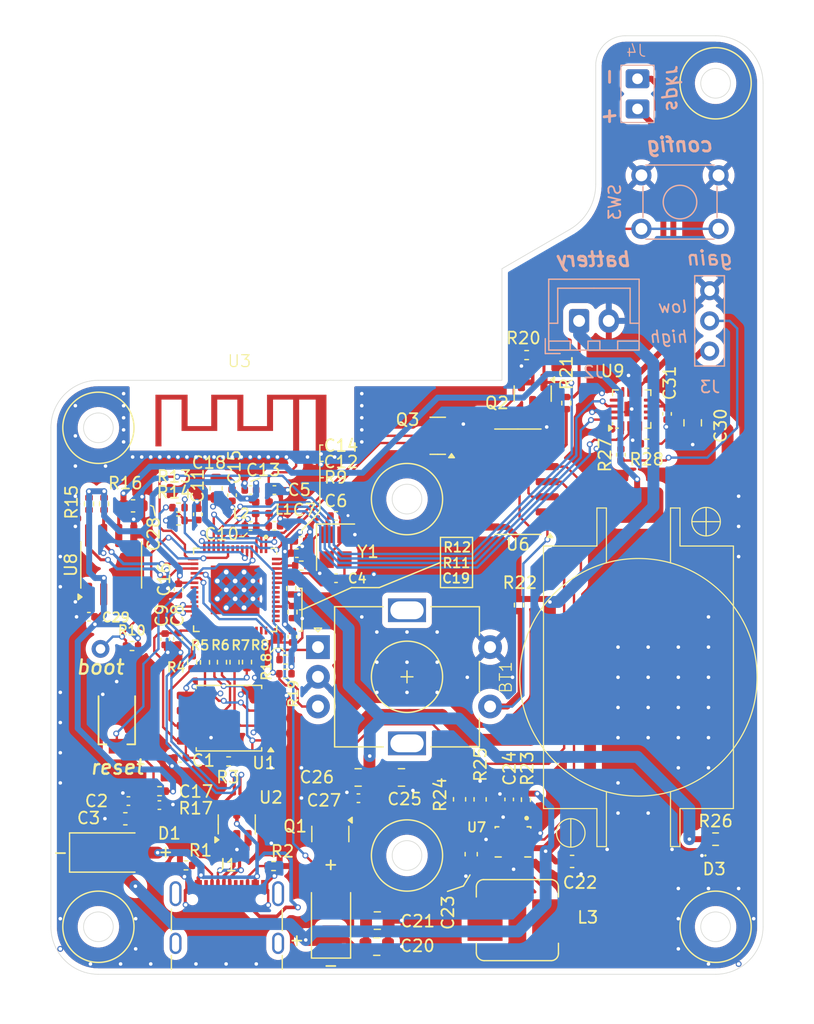
<source format=kicad_pcb>
(kicad_pcb (version 20241229) (generator "pcbnew") (generator_version "9.0")
  (layers (0 "F.Cu" signal) (4 "In1.Cu" signal) (6 "In2.Cu" signal) (2 "B.Cu" signal) (13 "F.Paste" user) (15 "B.Paste" user) (5 "F.SilkS" user "F.Silkscreen") (7 "B.SilkS" user "B.Silkscreen") (1 "F.Mask" user) (3 "B.Mask" user) (25 "Edge.Cuts" user))
  (net 0 "")
  (net 1 "GND")
  (net 2 "Net-(BT1-+)")
  (net 3 "/ESP32-S3 microcontroller/VDD_SPI")
  (net 4 "/ESP32-S3 microcontroller/VBUS3")
  (net 5 "/ESP32-S3 microcontroller/XTAL_N")
  (net 6 "/ESP32-S3 microcontroller/feed")
  (net 7 "/ESP32-S3 microcontroller/XTAL_Pp")
  (net 8 "/ESP32-S3 microcontroller/LNA")
  (net 9 "/ESP32-S3 microcontroller/VDD3P3")
  (net 10 "/ESP32-S3 microcontroller/GPIO4")
  (net 11 "+3.3V")
  (net 12 "/ESP32-S3 microcontroller/EN")
  (net 13 "VIN")
  (net 14 "/peripherals/VAUX")
  (net 15 "VBat_s")
  (net 16 "Net-(D3-A)")
  (net 18 "/ESP32-S3 microcontroller/A5")
  (net 19 "/ESP32-S3 microcontroller/ESP_D-")
  (net 22 "/ESP32-S3 microcontroller/B5")
  (net 24 "/ESP32-S3 microcontroller/ESP_D+")
  (net 27 "VBat")
  (net 28 "/peripherals/Gain_Jumper")
  (net 29 "/peripherals/spkr_-")
  (net 30 "/peripherals/spkr_+")
  (net 31 "/peripherals/L2")
  (net 32 "/peripherals/L1")
  (net 33 "{slash}enable")
  (net 34 "OFF")
  (net 35 "/peripherals/{slash}OFF")
  (net 36 "trigger")
  (net 37 "/peripherals/{slash}ON")
  (net 38 "/ESP32-S3 microcontroller/SPICS0")
  (net 39 "/ESP32-S3 microcontroller/SPIHD_")
  (net 40 "/ESP32-S3 microcontroller/SPIHD")
  (net 41 "/ESP32-S3 microcontroller/SPIWP_")
  (net 42 "/ESP32-S3 microcontroller/SPIWP")
  (net 43 "/ESP32-S3 microcontroller/SPICLK")
  (net 44 "/ESP32-S3 microcontroller/SPICLK_")
  (net 45 "/ESP32-S3 microcontroller/SPIQ")
  (net 46 "/ESP32-S3 microcontroller/SPIQ_")
  (net 47 "/ESP32-S3 microcontroller/SPID_")
  (net 48 "/ESP32-S3 microcontroller/SPID")
  (net 49 "/ESP32-S3 microcontroller/XTAL_P")
  (net 50 "/ESP32-S3 microcontroller/boot")
  (net 51 "/ESP32-S3 microcontroller/GPIO45")
  (net 52 "/ESP32-S3 microcontroller/GPIO46")
  (net 53 "I2C_SCL")
  (net 54 "I2C_SDA")
  (net 55 "rotary_A")
  (net 56 "rotary_B")
  (net 57 "ON")
  (net 58 "/peripherals/PS{slash}SYNC")
  (net 59 "/peripherals/FB")
  (net 60 "/peripherals/Gain")
  (net 61 "/peripherals/{slash}SD")
  (net 62 "config")
  (net 63 "/ESP32-S3 microcontroller/UD_ESP+")
  (net 64 "/ESP32-S3 microcontroller/UD_ESP-")
  (net 68 "I2S_BCLK")
  (net 74 "I2S_LRC")
  (net 86 "I2S_DIN")
  (net 91 "enable")
  (footprint "Resistor_SMD:R_0402_1005Metric" (layer "F.Cu") (at -19.25 -13.2 180)
    (property "Reference" "R14")
    (property "Value" "20k")
  )
  (footprint "Resistor_SMD:R_0402_1005Metric" (layer "F.Cu") (at -23.17 -2.63)
    (property "Reference" "R10")
    (property "Value" "10k")
  )
  (footprint "my_footprints:1pin" (layer "F.Cu") (at -25.582 -2.572)
    (property "Reference" "U5" (hide yes))
    (property "Value" "~")
  )
  (footprint "Capacitor_SMD:C_0402_1005Metric" (layer "F.Cu") (at -19.11 6.78)
    (property "Reference" "C1")
    (property "Value" "100nF")
  )
  (footprint "Capacitor_SMD:C_0402_1005Metric" (layer "F.Cu") (at -20.38 -3.2 -90)
    (property "Reference" "C9")
    (property "Value" "1µF")
  )
  (footprint "Package_TO_SOT_SMD:SOT-23" (layer "F.Cu") (at -6.46 13.1875 -90)
    (property "Reference" "Q1")
    (property "Value" "IRLML6401")
  )
  (footprint "Capacitor_SMD:C_0402_1005Metric" (layer "F.Cu") (at -26.803 -5.097 180)
    (property "Reference" "C29")
    (property "Value" "100nF")
  )
  (footprint "Capacitor_SMD:C_0603_1608Metric" (layer "F.Cu") (at 6.16 10.275 90)
    (property "Reference" "R25")
    (property "Value" "150k")
  )
  (footprint "my_footprints:VREG_TPS63070RNMR" (layer "F.Cu") (at 8.93 13.855 -90)
    (property "Reference" "U7")
    (property "Value" "TPS63070RNMR")
  )
  (footprint "Package_SO:SOIC-8_3.9x4.9mm_P1.27mm" (layer "F.Cu") (at -24.92 -9.46 90)
    (property "Reference" "U8")
    (property "Value" "DS3231MZ")
  )
  (footprint "Capacitor_SMD:C_0402_1005Metric" (layer "F.Cu") (at -13.19 -15.76 180)
    (property "Reference" "C13")
    (property "Value" "100nF")
  )
  (footprint "Capacitor_SMD:C_0402_1005Metric" (layer "F.Cu") (at -9.28 -10.45)
    (property "Reference" "C12")
    (property "Value" "10nF")
  )
  (footprint "Resistor_SMD:R_0402_1005Metric" (layer "F.Cu") (at -18.62 15.83 180)
    (property "Reference" "R1")
    (property "Value" "5k1")
  )
  (footprint "my_footprints:Crystal_SMD_4Pin_3.2x2.5mm" (layer "F.Cu") (at -6.02 -10.95 -90)
    (property "Reference" "Y1")
    (property "Value" "40 MHz")
  )
  (footprint "Inductor_SMD:L_0402_1005Metric" (layer "F.Cu") (at -11.62 -14.28 -90)
    (property "Reference" "L1")
    (property "Value" "2n2")
  )
  (footprint "Resistor_SMD:R_0402_1005Metric" (layer "F.Cu") (at 9.43 -6.08 90)
    (property "Reference" "R22")
    (property "Value" "100k")
  )
  (footprint "Capacitor_SMD:C_0402_1005Metric" (layer "F.Cu") (at 18.02 -18.73 90)
    (property "Reference" "R27")
    (property "Value" "2k2")
  )
  (footprint "Resistor_SMD:R_0402_1005Metric" (layer "F.Cu") (at -13.48 -1.28 90)
    (property "Reference" "R8")
    (property "Value" "0")
  )
  (footprint "Resistor_SMD:R_0402_1005Metric" (layer "F.Cu") (at -9.65 -5.49 -90)
    (property "Reference" "R11")
    (property "Value" "10k")
  )
  (footprint "Capacitor_SMD:C_0402_1005Metric" (layer "F.Cu") (at -8.974 -11.476)
    (property "Reference" "C14")
    (property "Value" "1µF")
  )
  (footprint "Capacitor_SMD:C_0402_1005Metric" (layer "F.Cu") (at 8.61 10.28 -90)
    (property "Reference" "C24")
    (property "Value" "100nF")
  )
  (footprint "Resistor_SMD:R_0402_1005Metric" (layer "F.Cu") (at -10.24 -0.3 180)
    (property "Reference" "R19")
    (property "Value" "10k")
  )
  (footprint "Capacitor_SMD:C_0603_1608Metric" (layer "F.Cu") (at -23.73 11.91 180)
    (property "Reference" "C3")
    (property "Value" "10µF")
  )
  (footprint "Capacitor_SMD:C_0402_1005Metric" (layer "F.Cu") (at -5.97 -13.58)
    (property "Reference" "C6")
    (property "Value" "10pF")
  )
  (footprint "Resistor_SMD:R_0402_1005Metric" (layer "F.Cu") (at -15.03 7.08 180)
    (property "Reference" "R3")
    (property "Value" "100k")
  )
  (footprint "Capacitor_SMD:C_0805_2012Metric" (layer "F.Cu") (at -2.55 22.67)
    (property "Reference" "C20")
    (property "Value" "10µF")
  )
  (footprint "Capacitor_SMD:C_0402_1005Metric" (layer "F.Cu") (at -17.62 -13.72 90)
    (property "Reference" "C11")
    (property "Value" "100nF")
  )
  (footprint "Package_SO:SOIC-14_3.9x8.7mm_P1.27mm" (layer "F.Cu") (at 9.343 -16.461 180)
    (property "Reference" "U6")
    (property "Value" "HEF4093B")
  )
  (footprint "my_footprints:USB_C_Receptacle" (layer "F.Cu") (at -15.18 21.32)
    (property "Reference" "J1")
    (property "Value" "USB_C_Receptacle_USB2.0")
  )
  (footprint "Resistor_SMD:R_0402_1005Metric" (layer "F.Cu") (at 10.02 10.3 -90)
    (property "Reference" "R23")
    (property "Value" "100k")
  )
  (footprint "my_footprints:C720477" (layer "F.Cu") (at -24.448 3.618 90)
    (property "Reference" "SW1" (hide yes))
    (property "Value" "reset")
  )
  (footprint "Package_TO_SOT_SMD:SOT-23-6" (layer "F.Cu") (at -14.3425 12.38 90)
    (property "Reference" "U2")
    (property "Value" "USBLC6-2SC6")
  )
  (footprint "Resistor_SMD:R_0402_1005Metric" (layer "F.Cu") (at -26.79 -14.6 90)
    (property "Reference" "R15")
    (property "Value" "4k7")
  )
  (footprint "Inductor_SMD:L_0402_1005Metric" (layer "F.Cu") (at -12.75 -14.26 90)
    (property "Reference" "L2")
    (property "Value" "2n2")
  )
  (footprint "Diode_SMD:D_SMA" (layer "F.Cu") (at -24.92 14.75)
    (property "Reference" "D1")
    (property "Value" "SS24")
  )
  (footprint "Capacitor_SMD:C_0402_1005Metric" (layer "F.Cu") (at -9.66 -3.41 -90)
    (property "Reference" "C19")
    (property "Value" "100nF")
  )
  (footprint "Capacitor_SMD:C_0603_1608Metric" (layer "F.Cu") (at 13.91 15.5 180)
    (property "Reference" "C22")
    (property "Value" "10µF")
  )
  (footprint "Resistor_SMD:R_0402_1005Metric" (layer "F.Cu") (at -11.24 15.89)
    (property "Reference" "R2")
    (property "Value" "5k1")
  )
  (footprint "Resistor_SMD:R_0402_1005Metric" (layer "F.Cu") (at -8.91 -9.4 180)
    (property "Reference" "R9")
    (property "Value" "22")
  )
  (footprint "LED_SMD:LED_0201_0603Metric" (layer "F.Cu") (at 26 15)
    (property "Reference" "D3")
    (property "Value" "LED")
  )
  (footprint "Capacitor_SMD:C_0402_1005Metric" (layer "F.Cu") (at -4.09 10.18 180)
    (property "Reference" "C27")
    (property "Value" "100nF")
  )
  (footprint "Capacitor_SMD:C_0402_1005Metric" (layer "F.Cu") (at 21.9095 -22.17 -90)
    (property "Reference" "C31")
    (property "Value" "100nF")
  )
  (footprint "Capacitor_SMD:C_0402_1005Metric" (layer "F.Cu") (at -11.17 -12.75)
    (property "Reference" "C7")
    (property "Value" "3p3")
  )
  (footprint "Capacitor_SMD:C_0603_1608Metric" (layer "F.Cu") (at -16.08 -15.906 -90)
    (property "Reference" "C18")
    (property "Value" "10µF")
  )
  (footprint "Capacitor_SMD:C_0805_2012Metric" (layer "F.Cu") (at -0.465 8.43)
    (property "Reference" "C25")
    (property "Value" "22µF")
  )
  (footprint "Package_TO_SOT_SMD:SOT-23" (layer "F.Cu") (at 2.59 -20.3275 180)
    (property "Reference" "Q3")
    (property "Value" "AO3400A")
  )
  (footprint "Package_TO_SOT_SMD:SOT-23" (layer "F.Cu") (at 10.59 -23.88 -90)
    (property "Reference" "Q2")
    (property "Value" "AO3400A")
  )
  (footprint "Resistor_SMD:R_0402_1005Metric" (layer "F.Cu") (at -19.25 -14.28 180)
    (property "Reference" "R13")
    (property "Value" "10k")
  )
  (footprint "Capacitor_SMD:C_0805_2012Metric" (layer "F.Cu") (at 24.07 -21.42 -90)
    (property "Reference" "C30")
    (property "Value" "10µF")
  )
  (footprint "Rotary_Encoder:RotaryEncoder_Alps_EC11E-Switch_Vertical_H20mm" (layer "F.Cu") (at -7.5 -2.54)
    (property "Reference" "SW2" (hide yes))
    (property "Value" "volume_knob")
  )
  (footprint "Resistor_SMD:R_0402_1005Metric" (layer "F.Cu") (at 13.42 -23.08 90)
    (property "Reference" "R21")
    (property "Value" "100k")
  )
  (footprint "Package_DFN_QFN:TQFN-16-1EP_3x3mm_P0.5mm_EP1.23x1.23mm" (layer "F.Cu") (at 18.9325 -22.58 90)
    (property "Reference" "U9")
    (property "Value" "MAX98357A")
  )
  (footprint "Capacitor_SMD:C_0402_1005Metric" (layer "F.Cu") (at -13.18 -12.73 180)
    (property "Reference" "C10")
    (property "Value" "100nF")
  )
  (footprint "Resistor_SMD:R_0402_1005Metric" (layer "F.Cu") (at -10.23 -1.49)
    (property "Reference" "R18")
    (property "Value" "10k")
  )
  (footprint "my_footprints:PCB_antenna" (layer "F.Cu") (at -13.98 -18.85)
    (property "Reference" "U3")
    (property "Value" "WiFi antenna")
  )
  (footprint "Resistor_SMD:R_0402_1005Metric" (layer "F.Cu") (at -25.52 -14.6 90)
    (property "Reference" "R16")
    (property "Value" "4k7")
  )
  (footprint "Resistor_SMD:R_0402_1005Metric" (layer "F.Cu") (at -17.02 -1.26 90)
    (property "Reference" "R5")
    (property "Value" "0")
  )
  (footprint "Capacitor_SMD:C_0402_1005Metric" (layer "F.Cu") (at -14.74 -15.33 -90)
    (property "Reference" "C15")
    (property "Value" "1µF")
  )
  (footprint "Inductor_SMD:L_Bourns_SRP7028A_7.3x6.6mm" (layer "F.Cu") (at 9.3 20.44)
    (property "Reference" "L3")
    (property "Value" "2.2µH")
  )
  (footprint "Capacitor_SMD:C_0402_1005Metric" (layer "F.Cu") (at -5.98 -8.34 180)
    (property "Reference" "C4")
    (property "Value" "10pF")
  )
  (footprint "Diode_SMD:D_SMA" (layer "F.Cu") (at -6.4 20.1275 90)
    (property "Reference" "D2" (hide yes))
    (property "Value" "SS24")
  )
  (footprint "Capacitor_SMD:C_0805_2012Metric" (layer "F.Cu") (at -2.5 20.48)
    (property "Reference" "C21")
    (property "Value" "10µF")
  )
  (footprint "Capacitor_SMD:C_0402_1005Metric" (layer "F.Cu") (at -11.17 -15.76)
    (property "Reference" "C5")
    (property "Value" "3p3")
  )
  (footprint "Capacitor_SMD:C_0402_1005Metric" (layer "F.Cu") (at -23.47 10.42)
    (property "Reference" "C2")
    (property "Value" "100nF")
  )
  (footprint "Resistor_SMD:R_0603_1608Metric" (layer "F.Cu") (at 25.999 13.626)
    (property "Reference" "R26")
    (property "Value" "1k")
  )
  (footprint "Capacitor_SMD:C_0805_2012Metric" (layer "F.Cu") (at -4.115 8.43 180)
    (property "Reference" "C26")
    (property "Value" "22µF")
  )
  (footprint "Resistor_SMD:R_0402_1005Metric" (layer "F.Cu") (at -14.53 -1.27 90)
    (property "Reference" "R7")
    (property "Value" "0")
  )
  (footprint "Package_SO:SOIC-8_5.3x5.3mm_P1.27mm" (layer "F.Cu") (at -15 3.44 180)
    (property "Reference" "U1")
    (property "Value" "W25Q128JVS")
  )
  (footprint "Resistor_SMD:R_0402_1005Metric" (layer "F.Cu") (at -15.59 -1.27 90)
    (property "Reference" "R6")
    (property "Value" "0")
  )
  (footprint "Capacitor_SMD:C_0402_1005Metric" (layer "F.Cu") (at -19.29 -3.24 -90)
    (property "Reference" "C8")
    (property "Value" "100nF")
  )
  (footprint "my_footprints:IC_ESP32-S3" (layer "F.Cu") (at -14.48 -7.355 -90)
    (property "Reference" "U4" (hide yes))
    (property "Value" "ESP32-S3")
  )
  (footprint "Capacitor_SMD:C_0603_1608Metric" (layer "F.Cu") (at 4.43 10.27 -90)
    (property "Reference" "R24")
    (property "Value" "470k")
  )
  (footprint "Resistor_SMD:R_0402_1005Metric" (layer "F.Cu") (at -20.845 9.585 180)
    (property "Reference" "R17")
    (property "Value" "10k")
  )
  (footprint "Capacitor_SMD:C_0603_1608Metric" (layer "F.Cu") (at 5.41 14.89 90)
    (property "Reference" "C23")
    (property "Value" "10µF")
  )
  (footprint "Resistor_SMD:R_0402_1005Metric" (layer "F.Cu") (at -9.75 -7.48 -90)
    (property "Reference" "R12")
    (property "Value" "10k")
  )
  (footprint "my_footprints:BatteryHolderCR2032" (layer "F.Cu") (at 19.5 0 90)
    (property "Reference" "BT1")
    (property "Value" "CR2032")
  )
  (footprint "Resistor_SMD:R_0402_1005Metric" (layer "F.Cu") (at -18.1 -1.26 90)
    (property "Reference" "R4")
    (property "Value" "0")
  )
  (footprint "Resistor_SMD:R_0402_1005Metric" (layer "F.Cu") (at 20.2125 -19.66)
    (property "Reference" "R28")
    (property "Value" "100k")
  )
  (footprint "Capacitor_SMD:C_0402_1005Metric" (layer "F.Cu") (at -20.86 10.757)
    (property "Reference" "C17")
    (property "Value" "1µF")
  )
  (footprint "Capacitor_SMD:C_0402_1005Metric" (layer "F.Cu") (at -19.25 -7.39 -90)
    (property "Reference" "C16")
    (property "Value" "100nF")
  )
  (footprint "Capacitor_SMD:C_0603_1608Metric" (layer "F.Cu") (at -23.08 -14.43 180)
    (property "Reference" "C28")
    (property "Value" "1nF")
  )
  (footprint "Resistor_SMD:R_0402_1005Metric" (layer "F.Cu") (at 10.08 -27.12)
    (property "Reference" "R20")
    (property "Value" "100k")
  )
  (footprint "my_footprints:OmronTaster" (layer "B.Cu") (at 23 -40 180)
    (property "Reference" "SW3")
    (property "Value" "config")
  )
  (footprint "Connector_JST:JST_XH_B2B-XH-A_1x02_P2.50mm_Vertical" (layer "B.Cu") (at 14.5 -30)
    (property "Reference" "J2")
    (property "Value" "Conn_01x02_Pin")
  )
  (footprint "my_footprints:3_pin_jumper" (layer "B.Cu") (at 25.5 -30 180)
    (property "Reference" "J3")
    (property "Value" "Conn_01x03_Pin")
  )
  (footprint "my_footprints:2_pin" (layer "B.Cu") (at 19.42 -49.11 -90)
    (property "Reference" "J4")
    (property "Value" "Conn_01x02_Pin")
  )
  (gr_line (start -7.343 -19.55) (end -7.09 -19.55) (stroke (width 0.12)) (layer "F.SilkS"))
  (gr_circle (center 0 -15) (end 3 -15) (stroke (width 0.12)) (fill no) (layer "F.SilkS"))
  (gr_line (start 3.41 18.02) (end 4.75 17.57) (stroke (width 0.12)) (layer "F.SilkS"))
  (gr_line (start -7.339 -18.171) (end -7.068 -18.171) (stroke (width 0.12)) (layer "F.SilkS"))
  (gr_line (start -2.34 -7.55) (end 2.82 -9.665) (stroke (width 0.12)) (layer "F.SilkS"))
  (gr_line (start -4.68 -7.55) (end -2.34 -7.55) (stroke (width 0.12)) (layer "F.SilkS"))
  (gr_line (start -11.144 -2.429) (end -10.545 -2.429) (stroke (width 0.12)) (layer "F.SilkS"))
  (gr_line (start -21.38 -14.37) (end -21.22 -13.61) (stroke (width 0.12)) (layer "F.SilkS"))
  (gr_circle (center -26 -21) (end -23 -21) (stroke (width 0.12)) (fill no) (layer "F.SilkS"))
  (gr_line (start -7.348 -13.995) (end -7.335 -16.792) (stroke (width 0.12)) (layer "F.SilkS"))
  (gr_line (start -10.545 -2.429) (end -10.311 -2.181) (stroke (width 0.12)) (layer "F.SilkS"))
  (gr_line (start -7.335 -16.792) (end -7.051 -16.798) (stroke (width 0.12)) (layer "F.SilkS"))
  (gr_rect (start 2.82 -11.78) (end 5.52 -7.55) (stroke (width 0.12)) (fill no) (layer "F.SilkS"))
  (gr_line (start -8.884 -12.342) (end -8.884 -12.128) (stroke (width 0.12)) (layer "F.SilkS"))
  (gr_circle (center 0 15) (end 3 15) (stroke (width 0.12)) (fill no) (layer "F.SilkS"))
  (gr_line (start -14.113 -11.838) (end -13.777 -11.832) (stroke (width 0.12)) (layer "F.SilkS"))
  (gr_line (start -8.85 -3.88) (end -8.85 -7.49) (stroke (width 0.12)) (layer "F.SilkS"))
  (gr_line (start -13.777 -11.832) (end -13.476 -12.133) (stroke (width 0.12)) (layer "F.SilkS"))
  (gr_circle (center 26 21) (end 29 21) (stroke (width 0.12)) (fill no) (layer "F.SilkS"))
  (gr_line (start -21.6 -14.46) (end -21.38 -14.37) (stroke (width 0.12)) (layer "F.SilkS"))
  (gr_line (start -8.85 -7.49) (end -9.09 -7.49) (stroke (width 0.12)) (layer "F.SilkS"))
  (gr_line (start -13.143 -16.494) (end -12.353 -16.773) (stroke (width 0.12)) (layer "F.SilkS"))
  (gr_line (start -9.08 -3.88) (end -8.85 -3.88) (stroke (width 0.12)) (layer "F.SilkS"))
  (gr_line (start -7.335 -16.792) (end -7.339 -18.171) (stroke (width 0.12)) (layer "F.SilkS"))
  (gr_circle (center 26 -50) (end 29 -50) (stroke (width 0.12)) (fill no) (layer "F.SilkS"))
  (gr_line (start -8.85 -5.68) (end -9.06 -5.68) (stroke (width 0.12)) (layer "F.SilkS"))
  (gr_line (start 4.75 17.57) (end 5.31 16.64) (stroke (width 0.12)) (layer "F.SilkS"))
  (gr_line (start -11.478 -2.095) (end -11.144 -2.429) (stroke (width 0.12)) (layer "F.SilkS"))
  (gr_circle (center -26 21) (end -23 21) (stroke (width 0.12)) (fill no) (layer "F.SilkS"))
  (gr_line (start -8.85 -5.685) (end -4.68 -7.55) (stroke (width 0.12)) (layer "F.SilkS"))
  (gr_line (start -7.339 -18.171) (end -7.343 -19.55) (stroke (width 0.12)) (layer "F.SilkS"))
  (gr_line (start -8.884 -12.342) (end -7.348 -13.995) (stroke (width 0.12)) (layer "F.SilkS"))
  (gr_arc (start -26 25) (mid -28.828427 23.828427) (end -30 21) (stroke (width 0.05)) (layer "Edge.Cuts"))
  (gr_circle (center -26 -21) (end -24.75 -21) (stroke (width 0.05)) (fill no) (layer "Edge.Cuts"))
  (gr_line (start 8 -34.392) (end 13.700002 -37.689488) (stroke (width 0.05)) (layer "Edge.Cuts"))
  (gr_line (start 26 -54) (end 18.4 -54) (stroke (width 0.05)) (layer "Edge.Cuts"))
  (gr_line (start 8 -25) (end -26 -25) (stroke (width 0.05)) (layer "Edge.Cuts"))
  (gr_circle (center 26 -50) (end 27.25 -50) (stroke (width 0.05)) (fill no) (layer "Edge.Cuts"))
  (gr_line (start 30 21) (end 30 -50) (stroke (width 0.05)) (layer "Edge.Cuts"))
  (gr_arc (start 15.9 -51.5) (mid 16.632233 -53.267767) (end 18.4 -54) (stroke (width 0.05)) (layer "Edge.Cuts"))
  (gr_line (start -30 -21) (end -30 21) (stroke (width 0.05)) (layer "Edge.Cuts"))
  (gr_circle (center 0 15) (end 1.25 15) (stroke (width 0.05)) (fill no) (layer "Edge.Cuts"))
  (gr_circle (center 26 21) (end 27.25 21) (stroke (width 0.05)) (fill no) (layer "Edge.Cuts"))
  (gr_arc (start 26 -54) (mid 28.828427 -52.828427) (end 30 -50) (stroke (width 0.05)) (layer "Edge.Cuts"))
  (gr_line (start -26 25) (end 26 25) (stroke (width 0.05)) (layer "Edge.Cuts"))
  (gr_arc (start 15.9 -41.5) (mid 15.310509 -39.300002) (end 13.700001 -37.689488) (stroke (width 0.05)) (layer "Edge.Cuts"))
  (gr_arc (start 30 21) (mid 28.828427 23.828427) (end 26 25) (stroke (width 0.05)) (layer "Edge.Cuts"))
  (gr_line (start 8 -25) (end 8 -34.392) (stroke (width 0.05)) (layer "Edge.Cuts"))
  (gr_line (start 15.9 -51.5) (end 15.9 -41.50002) (stroke (width 0.05)) (layer "Edge.Cuts"))
  (gr_circle (center -26 21) (end -24.75 21) (stroke (width 0.05)) (fill no) (layer "Edge.Cuts"))
  (gr_circle (center 0 -15) (end 1.25 -15) (stroke (width 0.05)) (fill no) (layer "Edge.Cuts"))
  (gr_arc (start -30 -21) (mid -28.828427 -23.828427) (end -26 -25) (stroke (width 0.05)) (layer "Edge.Cuts"))
  (gr_text "boot" (at -27.96 -0.15 0) (layer "F.SilkS") (effects (font (size 1.2 1.2) (thickness 0.2) (bold yes) (italic yes)) (justify left bottom)))
  (gr_text "-" (at -5.7 23.79 180) (layer "F.SilkS") (effects (font (size 1 1)) (justify left bottom)))
  (gr_text "+" (at -7.14 16.3 0) (layer "F.SilkS") (effects (font (size 1 1)) (justify left bottom)))
  (gr_text "reset" (at -26.78 8.27 0) (layer "F.SilkS") (effects (font (size 1.2 1.2) (thickness 0.2) (bold yes) (italic yes)) (justify left bottom)))
  (gr_text "-" (at -29.91 15.31 0) (layer "F.SilkS") (effects (font (size 1 1)) (justify left bottom)))
  (gr_text "+" (at -10 22.68 0) (layer "F.SilkS") (effects (font (size 1 1)) (justify left bottom)))
  (gr_text "+" (at -21.05 15.25 0) (layer "F.SilkS") (effects (font (size 1 1)) (justify left bottom)))
  (gr_text "+  -" (at 16.45 -46.28 270) (layer "B.SilkS") (effects (font (size 1.2 1.2) (thickness 0.24) (bold yes) (italic yes)) (justify left bottom mirror)))
  (gr_text "low" (at 23.79 -30.61 0) (layer "B.SilkS") (effects (font (size 1 1) (thickness 0.15) (italic yes)) (justify left bottom mirror)))
  (gr_text "spkr" (at 21.74 -47.48 270) (layer "B.SilkS") (effects (font (size 1.2 1.2) (thickness 0.2) (bold yes) (italic yes)) (justify left bottom mirror)))
  (gr_text "config" (at 25.94 -44.14 0) (layer "B.SilkS") (effects (font (size 1.2 1.2) (thickness 0.24) (bold yes) (italic yes)) (justify left bottom mirror)))
  (gr_text "high" (at 23.79 -28.08 0) (layer "B.SilkS") (effects (font (size 1 1) (thickness 0.15) (italic yes)) (justify left bottom mirror)))
  (gr_text "gain" (at 27.57 -34.59 0) (layer "B.SilkS") (effects (font (size 1.2 1.2) (thickness 0.2) (bold yes) (italic yes)) (justify left bottom mirror)))
  (gr_text "battery" (at 19.03 -34.48 0) (layer "B.SilkS") (effects (font (size 1.2 1.2) (thickness 0.24) (bold yes) (italic yes)) (justify left bottom mirror)))
  (segment (start -23.95 10.42) (end -23.95 9.75) (width 0.5) (layer "F.Cu") (net 1))
  (segment (start -23.95 9.75) (end -23.94 9.74) (width 0.5) (layer "F.Cu") (net 1))
  (segment (start -8.82 -4.943) (end -8.825 -4.948) (width 0.2) (layer "F.Cu") (net 1))
  (segment (start -11.4125 1.535) (end -10.155 1.535) (width 0.2) (layer "F.Cu") (net 1))
  (segment (start -10.155 1.535) (end -10.15 1.53) (width 0.2) (layer "F.Cu") (net 1))
  (segment (start 17.495 -22.33) (end 15.604147 -22.33) (width 0.2) (layer "F.Cu") (net 1))
  (segment (start -9.216099 -2.93) (end -8.82 -3.326099) (width 0.2) (layer "F.Cu") (net 1))
  (segment (start -11.696413 17.923587) (end -11.696413 19.171589) (width 0.2) (layer "F.Cu") (net 1))
  (segment (start -6.512 -4.948) (end -2.791 -8.669) (width 0.2) (layer "F.Cu") (net 1))
  (segment (start -19.767 10.757) (end -19.72 10.71) (width 0.25) (layer "F.Cu") (net 1))
  (segment (start -14.74 -14.318) (end -14.727 -14.305) (width 0.25) (layer "F.Cu") (net 1))
  (segment (start -8.825 -4.948) (end -6.512 -4.948) (width 0.2) (layer "F.Cu") (net 1))
  (segment (start -6.77 -8.65) (end -6.46 -8.34) (width 0.2) (layer "F.Cu") (net 1))
  (segment (start 22.314 14.5) (end 22.33 14.484) (width 0.5) (layer "F.Cu") (net 1))
  (segment (start -5.065 9.685) (end -4.57 10.18) (width 0.25) (layer "F.Cu") (net 1))
  (segment (start -20.38 10.757) (end -19.767 10.757) (width 0.25) (layer "F.Cu") (net 1))
  (segment (start 6.68 13.63) (end 6.66 13.65) (width 0.25) (layer "F.Cu") (net 1))
  (segment (start -9.66 -2.93) (end -9.216099 -2.93) (width 0.2) (layer "F.Cu") (net 1))
  (segment (start -9.105 -6.97) (end -9.103 -6.968) (width 0.2) (layer "F.Cu") (net 1))
  (segment (start -18.686 19.113273) (end -18.652136 19.147137) (width 0.25) (layer "F.Cu") (net 1))
  (segment (start 16.406782 -23.90773) (end 16.424448 -23.90773) (width 0.2) (layer "F.Cu") (net 1))
  (segment (start -4.4 -12) (end -4.391 -12.009) (width 0.2) (layer "F.Cu") (net 1))
  (segment (start -14.3425 13.5175) (end -14.3425 14.4865) (width 0.2) (layer "F.Cu") (net 1))
  (segment (start -27.283 -5.097) (end -27.833 -5.097) (width 0.5) (layer "F.Cu") (net 1))
  (segment (start 6.16 9.5) (end 6.16 8.736) (width 0.25) (layer "F.Cu") (net 1))
  (segment (start -1.55 20.48) (end -0.46 20.48) (width 0.5) (layer "F.Cu") (net 1))
  (segment (start -10.73 16.275) (end -10.73 15.89) (width 0.2) (layer "F.Cu") (net 1))
  (segment (start 19.5 14.5) (end 16.878 14.5) (width 0.5) (layer "F.Cu") (net 1))
  (segment (start -9.4 -4.94) (end -8.833 -4.94) (width 0.2) (layer "F.Cu") (net 1))
  (segment (start -6.77 -9.333) (end -7.353 -8.75) (width 0.2) (layer "F.Cu") (net 1))
  (segment (start -6.77 -10.138) (end -5.27 -11.638) (width 0.2) (layer "F.Cu") (net 1))
  (segment (start -9.75 -6.97) (end -9.105 -6.97) (width 0.2) (layer "F.Cu") (net 1))
  (segment (start 5.41 15.665) (end 5.41 16.29) (width 0.5) (layer "F.Cu") (net 1))
  (segment (start -24.448 0.372) (end -24.46 0.36) (width 0.2) (layer "F.Cu") (net 1))
  (segment (start 18.6825 -24.0175) (end 18.6825 -25.386542) (width 0.2) (layer "F.Cu") (net 1))
  (segment (start -6.77 -9.9) (end -6.77 -8.65) (width 0.2) (layer "F.Cu") (net 1))
  (segment (start -5.27 -12) (end -4.4 -12) (width 0.2) (layer "F.Cu") (net 1))
  (segment (start -27.833 -5.097) (end -27.84 -5.09) (width 0.5) (layer "F.Cu") (net 1))
  (segment (start -22.305 -15.185) (end -22.32 -15.2) (width 0.5) (layer "F.Cu") (net 1))
  (segment (start -18.686 17.946) (end -18.686 19.113273) (width 0.25) (layer "F.Cu") (net 1))
  (segment (start 8.18 12.705) (end 8.18 11.85) (width 0.25) (layer "F.Cu") (net 1))
  (segment (start 7.53 13.63) (end 6.68 13.63) (width 0.25) (layer "F.Cu") (net 1))
  (segment (start -8.494 -11.476) (end -8.494 -11.917) (width 0.2) (layer "F.Cu") (net 1))
  (segment (start 7.85 9.8) (end 7.83 9.82) (width 0.25) (layer "F.Cu") (net 1))
  (segment (start 19.5 14.5) (end 22.314 14.5) (width 0.5) (layer "F.Cu") (net 1))
  (segment (start -16.08 -14.635) (end -16.342 -14.373) (width 0.2) (layer "F.Cu") (net 1))
  (segment (start 8.93 14.455) (end 8.93 16.11) (width 0.25) (layer "F.Cu") (net 1))
  (segment (start -13.67 -15.76) (end -13.67 -16.34) (width 0.25) (layer "F.Cu") (net 1))
  (segment (start -16.08 -15.131) (end -16.08 -14.635) (width 0.2) (layer "F.Cu") (net 1))
  (segment (start -19.13 15.83) (end -19.13 16.396) (width 0.5) (layer "F.Cu") (net 1))
  (segment (start -8.8 -10.45) (end -8.8 -10.998392) (width 0.2) (layer "F.Cu") (net 1))
  (segment (start -12.818142 0.129358) (end -12.818142 0.036042) (width 0.2) (layer "F.Cu") (net 1))
  (segment (start -13.908997 1.535) (end -14 1.443997) (width 0.2) (layer "F.Cu") (net 1))
  (segment (start -20.38 -2.323) (end -20.154 -2.097) (width 0.2) (layer "F.Cu") (net 1))
  (segment (start -5.065 8.43) (end -5.065 9.685) (width 0.25) (layer "F.Cu") (net 1))
  (segment (start -19.59 6.78) (end -19.59 7.262) (width 0.2) (layer "F.Cu") (net 1))
  (segment (start -8.714 -6.579) (end -8.714 -5.059) (width 0.2) (layer "F.Cu") (net 1))
  (segment (start -18.38 17.146) (end -18.746 16.78) (width 0.25) (layer "F.Cu") (net 1))
  (segment (start -11.175 16.72) (end -10.73 16.275) (width 0.2) (layer "F.Cu") (net 1))
  (segment (start -19.93 -6.91) (end -20.154915 -7.134915) (width 0.25) (layer "F.Cu") (net 1))
  (segment (start 10.33 13.13) (end 11.21 13.13) (width 0.25) (layer "F.Cu") (net 1))
  (segment (start -7.24 -17.925) (end -7.243 -17.922) (width 0.25) (layer "F.Cu") (net 1))
  (segment (start -24.051 1.036) (end -24.448 1.433) (width 0.25) (layer "F.Cu") (net 1))
  (segment (start -19.13 16.396) (end -18.746 16.78) (width 0.5) (layer "F.Cu") (net 1))
  (segment (start -8.820432 -11.018824) (end -8.820432 -11.149568) (width 0.2) (layer "F.Cu") (net 1))
  (segment (start -20.38 -2.72) (end -20.38 -2.323) (width 0.2) (layer "F.Cu") (net 1))
  (segment (start -23.015 -13.283) (end -23.03 -13.298) (width 0.5) (layer "F.Cu") (net 1))
  (segment (start -11.98 17.64) (end -11.98 17.525) (width 0.2) (layer "F.Cu") (net 1))
  (segment (start -5.27 -11.638) (end -5.27 -12) (width 0.2) (layer "F.Cu") (net 1))
  (segment (start 5.41 16.29) (end 4.96 16.74) (width 0.5) (layer "F.Cu") (net 1))
  (segment (start -25.44 11.91) (end -25.45 11.9) (width 0.5) (layer "F.Cu") (net 1))
  (segment (start 25.68 15) (end 24.856 15) (width 0.25) (layer "F.Cu") (net 1))
  (segment (start -5.27 -13.36) (end -5.49 -13.58) (width 0.2) (layer "F.Cu") (net 1))
  (segment (start 3.5275 -21.2775) (end 4.7105 -21.2775) (width 0.2) (layer "F.Cu") (net 1))
  (segment (start -25.629 1.433) (end -25.631 1.435) (width 0.2) (layer "F.Cu") (net 1))
  (segment (start -24.448 1.433) (end -24.448 0.372) (width 0.2) (layer "F.Cu") (net 1))
  (segment (start -19.29 -2.76) (end -19.29 -2.291) (width 0.2) (layer "F.Cu") (net 1))
  (segment (start 14.685 16.545) (end 14.67 16.56) (width 0.25) (layer "F.Cu") (net 1))
  (segment (start 11.818 -20.271) (end 11.818 -21.022) (width 0.2) (layer "F.Cu") (net 1))
  (segment (start -17.62 -14.697) (end -17.703 -14.78) (width 0.2) (layer "F.Cu") (net 1))
  (segment (start 14.685 15.5) (end 14.685 16.545) (width 0.5) (layer "F.Cu") (net 1))
  (segment (start -7.24 -18.794) (end -7.24 -17.925) (width 0.91) (layer "F.Cu") (net 1))
  (segment (start -10.69 -12.75) (end -10.69 -13.342) (width 0.2) (layer "F.Cu") (net 1))
  (segment (start -8.820432 -11.149568) (end -8.494 -11.476) (width 0.2) (layer "F.Cu") (net 1))
  (segment (start -19.25 -6.91) (end -19.93 -6.91) (width 0.25) (layer "F.Cu") (net 1))
  (segment (start 4.7105 -21.2775) (end 4.746 -21.313) (width 0.2) (layer "F.Cu") (net 1))
  (segment (start 19.1825 -21.1425) (end 19.1825 -20.168456) (width 0.2) (layer "F.Cu") (net 1))
  (segment (start -17.62 -14.2) (end -17.62 -14.697) (width 0.2) (layer "F.Cu") (net 1))
  (segment (start -9.66 -2.93) (end -11.755908 -2.93) (width 0.2) (layer "F.Cu") (net 1))
  (segment (start -11.755908 -2.93) (end -11.905908 -2.78) (width 0.2) (layer "F.Cu") (net 1))
  (segment (start -5.27 -12) (end -5.27 -13.36) (width 0.2) (layer "F.Cu") (net 1))
  (segment (start 0.485 8.43) (end 0.485 9.515) (width 0.25) (layer "F.Cu") (net 1))
  (segment (start -14.74 -14.85) (end -14.74 -14.318) (width 0.25) (layer "F.Cu") (net 1))
  (segment (start 21.9095 -21.1395) (end 21.85 -21.08) (width 0.2) (layer "F.Cu") (net 1))
  (segment (start 21.9095 -21.69) (end 21.9095 -21.1395) (width 0.2) (layer "F.Cu") (net 1))
  (segment (start -23.015 -11.935) (end -23.015 -11.404186) (width 0.5) (layer "F.Cu") (net 1))
  (segment (start 18.6825 -25.386542) (end 18.662519 -25.406523) (width 0.2) (layer "F.Cu") (net 1))
  (segment (start 19.1825 -20.12596) (end 19.013751 -19.957211) (width 0.2) (layer "F.Cu") (net 1))
  (segment (start -24.505 11.91) (end -25.44 11.91) (width 0.5) (layer "F.Cu") (net 1))
  (segment (start -14.3425 14.4865) (end -14.329 14.5) (width 0.2) (layer "F.Cu") (net 1))
  (segment (start 15.604147 -22.33) (end 15.597843 -22.323696) (width 0.2) (layer "F.Cu") (net 1))
  (segment (start 9.64 -24.8175) (end 9.64 -26.2) (width 0.25) (layer "F.Cu") (net 1))
  (segment (start -5.49 -13.58) (end -5 -13.58) (width 0.2) (layer "F.Cu") (net 1))
  (segment (start -13.66 -13.069988) (end -13.410948 -13.31904) (width 0.2) (layer "F.Cu") (net 1))
  (segment (start 19.1825 -20.168456) (end 19.1825 -20.12596) (width 0.2) (layer "F.Cu") (net 1))
  (segment (start -23.015 -11.935) (end -23.015 -13.283) (width 0.5) (layer "F.Cu") (net 1))
  (segment (start -19.29 -2.291) (end -19.088 -2.089) (width 0.2) (layer "F.Cu") (net 1))
  (segment (start -24.448 1.433) (end -25.629 1.433) (width 0.2) (layer "F.Cu") (net 1))
  (segment (start 16.878 14.5) (end 16.862 14.484) (width 0.5) (layer "F.Cu") (net 1))
  (segment (start -8.833 -4.94) (end -8.825 -4.948) (width 0.2) (layer "F.Cu") (net 1))
  (segment (start 8.18 11.85) (end 8.1 11.77) (width 0.25) (layer "F.Cu") (net 1))
  (segment (start 0.485 9.515) (end 0.5 9.53) (width 0.25) (layer "F.Cu") (net 1))
  (segment (start -8.8 -10.998392) (end -8.820432 -11.018824) (width 0.2) (layer "F.Cu") (net 1))
  (segment (start -1.6 22.67) (end -0.45 22.67) (width 0.5) (layer "F.Cu") (net 1))
  (segment (start -8.714 -5.059) (end -8.825 -4.948) (width 0.2) (layer "F.Cu") (net 1))
  (segment (start -11.98 17.64) (end -11.696413 17.923587) (width 0.2) (layer "F.Cu") (net 1))
  (segment (start -6.77 -9.9) (end -6.77 -10.138) (width 0.2) (layer "F.Cu") (net 1))
  (segment (start -7.24 -18.88) (end -7.24 -18.794) (width 0.91) (layer "F.Cu") (net 1))
  (segment (start 24.856 15) (end 24.846 15.01) (width 0.25) (layer "F.Cu") (net 1))
  (segment (start 9.64 -27.05) (end 9.57 -27.12) (width 0.25) (layer "F.Cu") (net 1))
  (segment (start -22.305 -14.43) (end -22.305 -15.185) (width 0.5) (layer "F.Cu") (net 1))
  (segment (start -5 -13.58) (end -4.97 -13.61) (width 0.2) (layer "F.Cu") (net 1))
  (segment (start -10.69 -13.342) (end -10.683 -13.349) (width 0.2) (layer "F.Cu") (net 1))
  (segment (start -6.77 -9.9) (end -6.77 -9.333) (width 0.2) (layer "F.Cu") (net 1))
  (segment (start -20.3 -13.2) (end -20.31 -13.19) (width 0.2) (layer "F.Cu") (net 1))
  (segment (start -19.76 -13.2) (end -20.3 -13.2) (width 0.2) (layer "F.Cu") (net 1))
  (segment (start -0.45 22.67) (end -0.44 22.66) (width 0.5) (layer "F.Cu") (net 1))
  (segment (start -11.98 17.525) (end -11.175 16.72) (width 0.2) (layer "F.Cu") (net 1))
  (segment (start 8.93 16.11) (end 8.98 16.16) (width 0.25) (layer "F.Cu") (net 1))
  (segment (start 11.21 13.13) (end 11.22 13.12) (width 0.25) (layer "F.Cu") (net 1))
  (segment (start -18.38 17.64) (end -18.686 17.946) (width 0.25) (layer "F.Cu") (net 1))
  (segment (start -8.494 -11.917) (end -8.172 -12.239) (width 0.2) (layer "F.Cu") (net 1))
  (segment (start -16.342 -14.373) (end -16.392 -14.323) (width 0.2) (layer "F.Cu") (net 1))
  (segment (start -8.82 -3.326099) (end -8.82 -4.943) (width 0.2) (layer "F.Cu") (net 1))
  (segment (start -0.46 20.48) (end -0.44 20.46) (width 0.5) (layer "F.Cu") (net 1))
  (segment (start -13.67 -16.34) (end -13.667 -16.343) (width 0.25) (layer "F.Cu") (net 1))
  (segment (start -19.59 7.262) (end -19.793 7.465) (width 0.2) (layer "F.Cu") (net 1))
  (segment (start 24.07 -20.47) (end 24.07 -19.59) (width 0.5) (layer "F.Cu") (net 1))
  (segment (start 9.64 -26.2) (end 9.64 -27.05) (width 0.25) (layer "F.Cu") (net 1))
  (segment (start -18.38 17.64) (end -18.38 17.146) (width 0.25) (layer "F.Cu") (net 1))
  (segment (start -10.06 -15.76) (end -10.05 -15.77) (width 0.2) (layer "F.Cu") (net 1))
  (segment (start 11.818 -21.022) (end 11.771 -21.069) (width 0.2) (layer "F.Cu") (net 1))
  (segment (start -9.103 -6.968) (end -8.714 -6.579) (width 0.2) (layer "F.Cu") (net 1))
  (segment (start -10.69 -15.76) (end -10.06 -15.76) (width 0.2) (layer "F.Cu") (net 1))
  (segment (start 8.61 9.8) (end 7.85 9.8) (width 0.25) (layer "F.Cu") (net 1))
  (segment (start -13.66 -12.73) (end -13.66 -13.069988) (width 0.2) (layer "F.Cu") (net 1))
  (segment (start -20.154915 -7.134915) (end -20.154915 -7.479915) (width 0.25) (layer "F.Cu") (net 1))
  (via (at -27.94 -22.86) (size 0.5) (drill 0.3) (layers "F.Cu" "B.Cu") (net 1))
  (via (at -14 1.443997) (size 0.5) (drill 0.3) (layers "F.Cu" "B.Cu") (net 1))
  (via (at -20.154915 -7.479915) (size 0.5) (drill 0.3) (layers "F.Cu" "B.Cu") (net 1))
  (via (at 20.32 0) (size 0.5) (drill 0.3) (layers "F.Cu" "B.Cu") (net 1))
  (via (at -8.820432 -11.018824) (size 0.5) (drill 0.3) (layers "F.Cu" "B.Cu") (net 1))
  (via (at -27.84 -5.09) (size 0.5) (drill 0.3) (layers "F.Cu" "B.Cu") (net 1))
  (via (at -22.352 -18.542) (size 0.5) (drill 0.3) (layers "F.Cu" "B.Cu") (net 1))
  (via (at -16.256 -18.542) (size 0.5) (drill 0.3) (layers "F.Cu" "B.Cu") (net 1))
  (via (at 25.4 -5.08) (size 0.5) (drill 0.3) (layers "F.Cu" "B.Cu") (net 1))
  (via (at -3.81 -23.876) (size 0.5) (drill 0.3) (layers "F.Cu" "B.Cu") (net 1))
  (via (at 5.08 0) (size 0.5) (drill 0.3) (layers "F.Cu" "B.Cu") (net 1))
  (via (at 19.013751 -19.957211) (size 0.5) (drill 0.3) (layers "F.Cu" "B.Cu") (net 1))
  (via (at -8.172 -12.239) (size 0.5) (drill 0.3) (layers "F.Cu" "B.Cu") (net 1))
  (via (at 0 -1.27) (size 0.5) (drill 0.3) (layers "F.Cu" "B.Cu") (net 1))
  (via (at 27.94 -15.24) (size 0.5) (drill 0.3) (layers "F.Cu" "B.Cu") (net 1))
  (via (at 24.07 -19.59) (size 0.5) (drill 0.3) (layers "F.Cu" "B.Cu") (net 1))
  (via (at -17.78 24.13) (size 0.5) (drill 0.3) (layers "F.Cu" "B.Cu") (net 1))
  (via (at 27.94 -10.16) (size 0.5) (drill 0.3) (layers "F.Cu" "B.Cu") (net 1))
  (via (at 22.86 5.08) (size 0.5) (drill 0.3) (layers "F.Cu" "B.Cu") (net 1))
  (via (at -25.4 -17.78) (size 0.5) (drill 0.3) (layers "F.Cu" "B.Cu") (net 1))
  (via (at 17.78 11.43) (size 0.5) (drill 0.3) (layers "F.Cu" "B.Cu") (net 1))
  (via (at 8.1 11.77) (size 0.5) (drill 0.3) (layers "F.Cu" "B.Cu") (net 1))
  (via (at 17.78 5.08) (size 0.5) (drill 0.3) (layers "F.Cu" "B.Cu") (net 1))
  (via (at -27.94 -20.32) (size 0.5) (drill 0.3) (layers "F.Cu" "B.Cu") (net 1))
  (via (at -23.876 -20.828) (size 0.5) (drill 0.3) (layers "F.Cu" "B.Cu") (net 1))
  (via (at -19.793 7.465) (size 0.5) (drill 0.3) (layers "F.Cu" "B.Cu") (net 1))
  (via (at -22.32 -15.2) (size 0.5) (drill 0.3) (layers "F.Cu" "B.Cu") (net 1))
  (via (at 15.970496 -19.239949) (size 0.5) (drill 0.3) (layers "F.Cu" "B.Cu") (net 1))
  (via (at 0.5 9.53) (size 0.5) (drill 0.3) (layers "F.Cu" "B.Cu") (net 1))
  (via (at -2.54 -1.27) (size 0.5) (drill 0.3) (layers "F.Cu" "B.Cu") (net 1))
  (via (at 4.746 -21.313) (size 0.5) (drill 0.3) (layers "F.Cu" "B.Cu") (net 1))
  (via (at -23.114 -18.542) (size 0.5) (drill 0.3) (layers "F.Cu" "B.Cu") (net 1))
  (via (at -21.59 -18.542) (size 0.5) (drill 0.3) (layers "F.Cu" "B.Cu") (net 1))
  (via (at -18.542 -18.542) (size 0.5) (drill 0.3) (layers "F.Cu" "B.Cu") (net 1))
  (via (at 2.54 -1.27) (size 0.5) (drill 0.3) (layers "F.Cu" "B.Cu") (net 1))
  (via (at 2.54 -3.81) (size 0.5) (drill 0.3) (layers "F.Cu" "B.Cu") (net 1))
  (via (at 25.4 5.08) (size 0.5) (drill 0.3) (layers "F.Cu" "B.Cu") (net 1))
  (via (at 22.33 14.484) (size 0.5) (drill 0.3) (layers "F.Cu" "B.Cu") (net 1))
  (via (at -2.54 -3.81) (size 0.5) (drill 0.3) (layers "F.Cu" "B.Cu") (net 1))
  (via (at 17.78 8.89) (size 0.5) (drill 0.3) (layers "F.Cu" "B.Cu") (net 1))
  (via (at -24.13 24.13) (size 0.5) (drill 0.3) (layers "F.Cu" "B.Cu") (net 1))
  (via (at -23.876 -23.876) (size 0.5) (drill 0.3) (layers "F.Cu" "B.Cu") (net 1))
  (via (at -14.732 -18.542) (size 0.5) (drill 0.3) (layers "F.Cu" "B.Cu") (net 1))
  (via (at -17.018 -18.542) (size 0.5) (drill 0.3) (layers "F.Cu" "B.Cu") (net 1))
  (via (at 20.32 11.43) (size 0.5) (drill 0.3) (layers "F.Cu" "B.Cu") (net 1))
  (via (at 25.4 0) (size 0.5) (drill 0.3) (layers "F.Cu" "B.Cu") (net 1))
  (via (at -3.81 -21.844) (size 0.5) (drill 0.3) (layers "F.Cu" "B.Cu") (net 1))
  (via (at -2.54 1.27) (size 0.5) (drill 0.3) (layers "F.Cu" "B.Cu") (net 1))
  (via (at -14.329 14.5) (size 0.5) (drill 0.3) (layers "F.Cu" "B.Cu") (net 1))
  (via (at 29.21 20.32) (size 0.5) (drill 0.3) (layers "F.Cu" "B.Cu") (net 1))
  (via (at 27.94 -12.7) (size 0.5) (drill 0.3) (layers "F.Cu" "B.Cu") (net 1))
  (via (at 17.78 2.54) (size 0.5) (drill 0.3) (layers "F.Cu" "B.Cu") (net 1))
  (via (at -29.21 8.89) (size 0.5) (drill 0.3) (layers "F.Cu" "B.Cu") (net 1))
  (via (at -8.89 10.16) (size 0.5) (drill 0.3) (layers "F.Cu" "B.Cu") (net 1))
  (via (at 11.22 13.12) (size 0.5) (drill 0.3) (layers "F.Cu" "B.Cu") (net 1))
  (via (at -17.703 -14.78) (size 0.5) (drill 0.3) (layers "F.Cu" "B.Cu") (net 1))
  (via (at -11.684 -18.542) (size 0.5) (drill 0.3) (layers "F.Cu" "B.Cu") (net 1))
  (via (at -10.683 -13.349) (size 0.5) (drill 0.3) (layers "F.Cu" "B.Cu") (net 1))
  (via (at -5.065 9.685) (size 0.5) (drill 0.3) (layers "F.Cu" "B.Cu") (net 1))
  (via (at -29.21 1.27) (size 0.5) (drill 0.3) (layers "F.Cu" "B.Cu") (net 1))
  (via (at -19.088 -2.089) (size 0.5) (drill 0.3) (layers "F.Cu" "B.Cu") (net 1))
  (via (at 22.86 17.78) (size 0.5) (drill 0.3) (layers "F.Cu" "B.Cu") (net 1))
  (via (at -12.446 -18.542) (size 0.5) (drill 0.3) (layers "F.Cu" "B.Cu") (net 1))
  (via (at -21.59 24.13) (size 0.5) (drill 0.3) (layers "F.Cu" "B.Cu") (net 1))
  (via (at -12.930536 4.641312) (size 0.5) (drill 0.3) (layers "F.Cu" "B.Cu") (net 1))
  (via (at -29.21 -10.16) (size 0.5) (drill 0.3) (layers "F.Cu" "B.Cu") (net 1))
  (via (at 0 -3.81) (size 0.5) (drill 0.3) (layers "F.Cu" "B.Cu") (net 1))
  (via (at 8.98 16.16) (size 0.5) (drill 0.3) (layers "F.Cu" "B.Cu") (net 1))
  (via (at -15.494 -18.542) (size 0.5) (drill 0.3) (layers "F.Cu" "B.Cu") (net 1))
  (via (at -29.21 -7.62) (size 0.5) (drill 0.3) (layers "F.Cu" "B.Cu") (net 1))
  (via (at 16.862 14.484) (size 0.5) (drill 0.3) (layers "F.Cu" "B.Cu") (net 1))
  (via (at 17.78 0) (size 0.5) (drill 0.3) (layers "F.Cu" "B.Cu") (net 1))
  (via (at -20.31 -13.19) (size 0.5) (drill 0.3) (layers "F.Cu" "B.Cu") (net 1))
  (via (at 25.4 7.62) (size 0.5) (drill 0.3) (layers "F.Cu" "B.Cu") (net 1))
  (via (at 17.78 -2.54) (size 0.5) (drill 0.3) (layers "F.Cu" "B.Cu") (net 1))
  (via (at -7.24 -18.794) (size 0.5) (drill 0.3) (layers "F.Cu" "B.Cu") (net 1))
  (via (at 22.86 22.86) (size 0.5) (drill 0.3) (layers "F.Cu" "B.Cu") (net 1))
  (via (at 6.66 13.65) (size 0.5) (drill 0.3) (layers "F.Cu" "B.Cu") (net 1))
  (via (at 24.846 15.01) (size 0.5) (drill 0.3) (layers "F.Cu" "B.Cu") (net 1))
  (via (at -8.825 -4.948) (size 0.5) (drill 0.3) (layers "F.Cu" "B.Cu") (net 1))
  (via (at -13.667 -16.343) (size 0.5) (drill 0.3) (layers "F.Cu" "B.Cu") (net 1))
  (via (at -11.43 7.62) (size 0.5) (drill 0.3) (layers "F.Cu" "B.Cu") (net 1))
  (via (at -4.391 -12.009) (size 0.5) (drill 0.3) (layers "F.Cu" "B.Cu") (net 1))
  (via (at -2.791 -8.669) (size 0.5) (drill 0.3) (layers "F.Cu" "B.Cu") (net 1))
  (via (at 8.89 0) (size 0.5) (drill 0.3) (layers "F.Cu" "B.Cu") (net 1))
  (via (at -18.652136 19.147137) (size 0.5) (drill 0.3) (layers "F.Cu" "B.Cu") (net 1))
  (via (at -15.24 24.13) (size 0.5) (drill 0.3) (layers "F.Cu" "B.Cu") (net 1))
  (via (at -27.94 -6.35) (size 0.5) (drill 0.3) (layers "F.Cu" "B.Cu") (net 1))
  (via (at -13.208 -18.542) (size 0.5) (drill 0.3) (layers "F.Cu" "B.Cu") (net 1))
  (via (at -10.922 -18.542) (size 0.5) (drill 0.3) (layers "F.Cu" "B.Cu") (net 1))
  (via (at -25.45 11.9) (size 0.5) (drill 0.3) (layers "F.Cu" "B.Cu") (net 1))
  (via (at -16.51 5.08) (size 0.5) (drill 0.3) (layers "F.Cu" "B.Cu") (net 1))
  (via (at -20.237784 -9.011484) (size 0.5) (drill 0.3) (layers "F.Cu" "B.Cu") (net 1))
  (via (at 20.32 -2.54) (size 0.5) (drill 0.3) (layers "F.Cu" "B.Cu") (net 1))
  (via (at -20.154 -2.097) (size 0.5) (drill 0.3) (layers "F.Cu" "B.Cu") (net 1))
  (via (at -10.15 1.53) (size 0.5) (drill 0.3) (layers "F.Cu" "B.Cu") (net 1))
  (via (at -24.46 0.36) (size 0.5) (drill 0.3) (layers "F.Cu" "B.Cu") (net 1))
  (via (at 18.9325 -22.58) (size 0.5) (drill 0.3) (layers "F.Cu" "B.Cu") (net 1))
  (via (at -14.727 -14.305) (size 0.5) (drill 0.3) (layers "F.Cu" "B.Cu") (net 1))
  (via (at -19.304 -18.542) (size 0.5) (drill 0.3) (layers "F.Cu" "B.Cu") (net 1))
  (via (at -11.175 16.72) (size 0.5) (drill 0.3) (layers "F.Cu" "B.Cu") (net 1))
  (via (at -17.911452 0.780117) (size 0.5) (drill 0.3) (layers "F.Cu" "B.Cu") (net 1))
  (via (at 25.4 17.78) (size 0.5) (drill 0.3) (layers "F.Cu" "B.Cu") (net 1))
  (via (at 2.54 1.27) (size 0.5) (drill 0.3) (layers "F.Cu" "B.Cu") (net 1))
  (via (at -23.03 -13.298) (size 0.5) (drill 0.3) (layers "F.Cu" "B.Cu") (net 1))
  (via (at 7.83 9.82) (size 0.5) (drill 0.3) (layers "F.Cu" "B.Cu") (net 1))
  (via (at 22.86 7.62) (size 0.5) (drill 0.3) (layers "F.Cu" "B.Cu") (net 1))
  (via (at -4.97 -13.61) (size 0.45) (drill 0.25) (layers "F.Cu" "B.Cu") (net 1))
  (via (at 22.86 2.54) (size 0.5) (drill 0.3) (layers "F.Cu" "B.Cu") (net 1))
  (via (at -20.828 -18.542) (size 0.5) (drill 0.3) (layers "F.Cu" "B.Cu") (net 1))
  (via (at -17.78 -18.542) (size 0.5) (drill 0.3) (layers "F.Cu" "B.Cu") (net 1))
  (via (at 4.96 16.74) (size 0.5) (drill 0.3) (layers "F.Cu" "B.Cu") (net 1))
  (via (at -23.876 -22.86) (size 0.5) (drill 0.3) (layers "F.Cu" "B.Cu") (net 1))
  (via (at -15.721691 1.359365) (size 0.5) (drill 0.3) (layers "F.Cu" "B.Cu") (net 1))
  (via (at -13.97 -18.542) (size 0.5) (drill 0.3) (layers "F.Cu" "B.Cu") (net 1))
  (via (at 25.4 2.54) (size 0.5) (drill 0.3) (layers "F.Cu" "B.Cu") (net 1))
  (via (at 6.16 8.736) (size 0.5) (drill 0.3) (layers "F.Cu" "B.Cu") (net 1))
  (via (at -3.81 -20.828) (size 0.5) (drill 0.3) (layers "F.Cu" "B.Cu") (net 1))
  (via (at 11.771 -21.069) (size 0.5) (drill 0.3) (layers "F.Cu" "B.Cu") (net 1))
  (via (at -26.67 24.13) (size 0.5) (drill 0.3) (layers "F.Cu" "B.Cu") (net 1))
  (via (at -27.94 -15.24) (size 0.5) (drill 0.3) (layers "F.Cu" "B.Cu") (net 1))
  (via (at -23.876 -19.812) (size 0.5) (drill 0.3) (layers "F.Cu" "B.Cu") (net 1))
  (via (at -7.353 -8.75) (size 0.5) (drill 0.3) (layers "F.Cu" "B.Cu") (net 1))
  (via (at 15.597843 -22.323696) (size 0.5) (drill 0.3) (layers "F.Cu" "B.Cu") (net 1))
  (via (at -3.81 -5.08) (size 0.5) (drill 0.3) (layers "F.Cu" "B.Cu") (net 1))
  (via (at -25.575475 -10.452585) (size 0.5) (drill 0.3) (layers "F.Cu" "B.Cu") (net 1))
  (via (at -19.72 10.71) (size 0.5) (drill 0.3) (layers "F.Cu" "B.Cu") (net 1))
  (via (at -10.05 -15.77) (size 0.5) (drill 0.3) (layers "F.Cu" "B.Cu") (net 1))
  (via (at -10.16 -18.542) (size 0.5) (drill 0.3) (layers "F.Cu" "B.Cu") (net 1))
  (via (at -0.44 22.66) (size 0.5) (drill 0.3) (layers "F.Cu" "B.Cu") (net 1))
  (via (at -25.631 1.435) (size 0.5) (drill 0.3) (layers "F.Cu" "B.Cu") (net 1))
  (via (at -9.103 -6.968) (size 0.5) (drill 0.3) (layers "F.Cu" "B.Cu") (net 1))
  (via (at -13.410948 -13.31904) (size 0.5) (drill 0.3) (layers "F.Cu" "B.Cu") (net 1))
  (via (at -6.096 -18.542) (size 0.5) (drill 0.3) (layers "F.Cu" "B.Cu") (net 1))
  (via (at 0 1.27) (size 0.5) (drill 0.3) (layers "F.Cu" "B.Cu") (net 1))
  (via (at -18.746 16.78) (size 0.5) (drill 0.3) (layers "F.Cu" "B.Cu") (net 1))
  (via (at 20.32 2.54) (size 0.5) (drill 0.3) (layers "F.Cu" "B.Cu") (net 1))
  (via (at 14.67 16.56) (size 0.5) (drill 0.3) (layers "F.Cu" "B.Cu") (net 1))
  (via (at -12.818142 0.036042) (size 0.5) (drill 0.3) (layers "F.Cu" "B.Cu") (net 1))
  (via (at 22.86 -2.54) (size 0.5) (drill 0.3) (layers "F.Cu" "B.Cu") (net 1))
  (via (at 9.64 -26.2) (size 0.5) (drill 0.3) (layers "F.Cu" "B.Cu") (net 1))
  (via (at 27.94 24.13) (size 0.5) (drill 0.3) (layers "F.Cu" "B.Cu") (net 1))
  (via (at -16.342 -14.373) (size 0.5) (drill 0.3) (layers "F.Cu" "B.Cu") (net 1))
  (via (at -8.89 7.62) (size 0.5) (drill 0.3) (layers "F.Cu" "B.Cu") (net 1))
  (via (at -11.905908 -2.78) (size 0.5) (drill 0.3) (layers "F.Cu" "B.Cu") (net 1))
  (via (at -20.066 -18.542) (size 0.5) (drill 0.3) (layers "F.Cu" "B.Cu") (net 1))
  (via (at 22.86 0) (size 0.5) (drill 0.3) (layers "F.Cu" "B.Cu") (net 1))
  (via (at -22.86 20.32) (size 0.5) (drill 0.3) (layers "F.Cu" "B.Cu") (net 1))
  (via (at -29.21 6.35) (size 0.5) (drill 0.3) (layers "F.Cu" "B.Cu") (net 1))
  (via (at -11.696413 19.171589) (size 0.5) (drill 0.3) (layers "F.Cu" "B.Cu") (net 1))
  (via (at 20.32 5.08) (size 0.5) (drill 0.3) (layers "F.Cu" "B.Cu") (net 1))
  (via (at 21.85 -21.08) (size 0.5) (drill 0.3) (layers "F.Cu" "B.Cu") (net 1))
  (via (at -23.94 9.74) (size 0.5) (drill 0.3) (layers "F.Cu" "B.Cu") (net 1))
  (via (at -27.94 -12.7) (size 0.5) (drill 0.3) (layers "F.Cu" "B.Cu") (net 1))
  (via (at 18.662519 -25.406523) (size 0.5) (drill 0.3) (layers "F.Cu" "B.Cu") (net 1))
  (via (at 16.424448 -23.90773) (size 0.5) (drill 0.3) (layers "F.Cu" "B.Cu") (net 1))
  (via (at -29.21 22.86) (size 0.5) (drill 0.3) (layers "F.Cu" "B.Cu") (net 1))
  (via (at 22.86 20.32) (size 0.5) (drill 0.3) (layers "F.Cu" "B.Cu") (net 1))
  (via (at -12.7 24.13) (size 0.5) (drill 0.3) (layers "F.Cu" "B.Cu") (net 1))
  (via (at -27.94 -17.78) (size 0.5) (drill 0.3) (layers "F.Cu" "B.Cu") (net 1))
  (via (at -29.21 3.81) (size 0.5) (drill 0.3) (layers "F.Cu" "B.Cu") (net 1))
  (via (at -22.86 22.86) (size 0.5) (drill 0.3) (layers "F.Cu" "B.Cu") (net 1))
  (via (at 25.4 24.13) (size 0.5) (drill 0.3) (layers "F.Cu" "B.Cu") (net 1))
  (via (at 25.4 -2.54) (size 0.5) (drill 0.3) (layers "F.Cu" "B.Cu") (net 1))
  (via (at -23.876 -21.844) (size 0.5) (drill 0.3) (layers "F.Cu" "B.Cu") (net 1))
  (via (at 27.94 17.78) (size 0.5) (drill 0.3) (layers "F.Cu" "B.Cu") (net 1))
  (via (at -8.382 -18.542) (size 0.5) (drill 0.3) (layers "F.Cu" "B.Cu") (net 1))
  (via (at -3.81 -19.812) (size 0.5) (drill 0.3) (layers "F.Cu" "B.Cu") (net 1))
  (via (at -11.43 13.97) (size 0.5) (drill 0.3) (layers "F.Cu" "B.Cu") (net 1))
  (via (at -0.44 20.46) (size 0.5) (drill 0.3) (layers "F.Cu" "B.Cu") (net 1))
  (via (at -29.21 20.32) (size 0.5) (drill 0.3) (layers "F.Cu" "B.Cu") (net 1))
  (via (at -3.81 -22.86) (size 0.5) (drill 0.3) (layers "F.Cu" "B.Cu") (net 1))
  (via (at -7.243 -17.922) (size 0.5) (drill 0.3) (layers "F.Cu" "B.Cu") (net 1))
  (segment (start -20.154915 -8.928615) (end -20.154915 -7.479915) (width 0.25) (layer "B.Cu") (net 1))
  (segment (start -20.237784 -9.011484) (end -20.154915 -8.928615) (width 0.25) (layer "B.Cu") (net 1))
  (segment (start 19.39 -16.67) (end 19.39 -14.61) (width 0.5) (layer "F.Cu") (net 2))
  (segment (start -23.886 -14.461) (end -23.855 -14.43) (width 0.5) (layer "F.Cu") (net 2))
  (segment (start -24.285 -11.935) (end -24.285 -14) (width 0.25) (layer "F.Cu") (net 2))
  (segment (start -24.285 -14) (end -23.855 -14.43) (width 0.25) (layer "F.Cu") (net 2))
  (segment (start -23.886 -15.488) (end -23.886 -14.461) (width 0.5) (layer "F.Cu") (net 2))
  (segment (start 19.39 -14.61) (end 19.5 -14.5) (width 0.5) (layer "F.Cu") (net 2))
  (via (at 19.39 -16.67) (size 0.5) (drill 0.3) (layers "F.Cu" "B.Cu") (net 2))
  (via (at -23.886 -15.488) (size 0.5) (drill 0.3) (layers "F.Cu" "B.Cu") (net 2))
  (segment (start 16.395 -25.525) (end 17.98 -23.94) (width 0.5) (layer "B.Cu") (net 2))
  (segment (start 11.795 -25.525) (end 16.395 -25.525) (width 0.5) (layer "B.Cu") (net 2))
  (segment (start -10.218 -17.732) (end -9.703 -17.217) (width 0.5) (layer "B.Cu") (net 2))
  (segment (start -23.886 -15.488) (end -21.642 -17.732) (width 0.5) (layer "B.Cu") (net 2))
  (segment (start 17.98 -18.08) (end 19.39 -16.67) (width 0.5) (layer "B.Cu") (net 2))
  (segment (start -9.703 -17.217) (end -3.737 -17.217) (width 0.5) (layer "B.Cu") (net 2))
  (segment (start -21.642 -17.732) (end -10.218 -17.732) (width 0.5) (layer "B.Cu") (net 2))
  (segment (start -3.737 -17.217) (end 2.586 -23.54) (width 0.5) (layer "B.Cu") (net 2))
  (segment (start 2.586 -23.54) (end 9.81 -23.54) (width 0.5) (layer "B.Cu") (net 2))
  (segment (start 9.81 -23.54) (end 11.795 -25.525) (width 0.5) (layer "B.Cu") (net 2))
  (segment (start 17.98 -23.94) (end 17.98 -18.08) (width 0.5) (layer "B.Cu") (net 2))
  (segment (start -21.29 -2.162) (end -21.29 -3.321) (width 0.2) (layer "F.Cu") (net 3))
  (segment (start -20.541 4.203999) (end -20.541 -1.413) (width 0.2) (layer "F.Cu") (net 3))
  (segment (start -15.84 6.78) (end -15.54 7.08) (width 0.2) (layer "F.Cu") (net 3))
  (segment (start -19.29 -3.72) (end -20.34 -3.72) (width 0.2) (layer "F.Cu") (net 3))
  (segment (start -18.63 6.78) (end -18.63 5.3875) (width 0.2) (layer "F.Cu") (net 3))
  (segment (start -17.08 -3.93) (end -19.08 -3.93) (width 0.2) (layer "F.Cu") (net 3))
  (segment (start -18.5875 5.345) (end -19.399999 5.345) (width 0.2) (layer "F.Cu") (net 3))
  (segment (start -19.399999 5.345) (end -20.541 4.203999) (width 0.2) (layer "F.Cu") (net 3))
  (segment (start -19.08 -3.93) (end -19.29 -3.72) (width 0.2) (layer "F.Cu") (net 3))
  (segment (start -20.34 -3.72) (end -20.38 -3.68) (width 0.2) (layer "F.Cu") (net 3))
  (segment (start -20.541 -1.413) (end -21.29 -2.162) (width 0.2) (layer "F.Cu") (net 3))
  (segment (start -18.63 6.78) (end -15.84 6.78) (width 0.2) (layer "F.Cu") (net 3))
  (segment (start -18.63 5.3875) (end -18.5875 5.345) (width 0.2) (layer "F.Cu") (net 3))
  (segment (start -21.29 -3.321) (end -20.931 -3.68) (width 0.2) (layer "F.Cu") (net 3))
  (segment (start -20.931 -3.68) (end -20.38 -3.68) (width 0.2) (layer "F.Cu") (net 3))
  (segment (start -14.333 11.252) (end -14.3425 11.2425) (width 0.3) (layer "F.Cu") (net 4))
  (segment (start -17.58 17.64) (end -17.58 16.875) (width 0.3) (layer "F.Cu") (net 4))
  (segment (start -12.78 17.64) (end -12.78 18.308) (width 0.3) (layer "F.Cu") (net 4))
  (segment (start -12.78 17.64) (end -12.78 16.899534) (width 0.3) (layer "F.Cu") (net 4))
  (segment (start -12.433002 20.121) (end -10.956 20.121) (width 0.3) (layer "F.Cu") (net 4))
  (segment (start -10.205 19.37) (end -9.19 19.37) (width 0.3) (layer "F.Cu") (net 4))
  (segment (start -12.78 16.899534) (end -12.630733 16.750267) (width 0.3) (layer "F.Cu") (net 4))
  (segment (start -10.956 20.121) (end -10.205 19.37) (width 0.3) (layer "F.Cu") (net 4))
  (segment (start -14.333 12.331) (end -14.333 11.252) (width 0.3) (layer "F.Cu") (net 4))
  (segment (start -13.513001 19.041001) (end -16.858701 19.041001) (width 0.3) (layer "F.Cu") (net 4))
  (segment (start -22.99 10.42) (end -22.99 11.875) (width 0.6) (layer "F.Cu") (net 4))
  (segment (start -16.858701 19.041001) (end -17.58 18.319702) (width 0.3) (layer "F.Cu") (net 4))
  (segment (start -22.92 14.75) (end -22.92 11.945) (width 0.6) (layer "F.Cu") (net 4))
  (segment (start -21.01 14.76) (end -22.91 14.76) (width 1) (layer "F.Cu") (net 4))
  (segment (start -22.91 14.76) (end -22.92 14.75) (width 0.3) (layer "F.Cu") (net 4))
  (segment (start -13.513001 19.041001) (end -12.433002 20.121) (width 0.3) (layer "F.Cu") (net 4))
  (segment (start -12.78 18.308) (end -13.513001 19.041001) (width 0.3) (layer "F.Cu") (net 4))
  (segment (start -17.58 18.319702) (end -17.58 17.64) (width 0.3) (layer "F.Cu") (net 4))
  (segment (start -17.58 16.875) (end -17.356 16.651) (width 0.3) (layer "F.Cu") (net 4))
  (via (at -17.356 16.651) (size 0.5) (drill 0.3) (layers "F.Cu" "B.Cu") (net 4))
  (via (at -12.630733 16.750267) (size 0.5) (drill 0.3) (layers "F.Cu" "B.Cu") (net 4))
  (via (at -14.333 12.331) (size 0.5) (drill 0.3) (layers "F.Cu" "B.Cu") (net 4))
  (via (at -21.01 14.76) (size 0.5) (drill 0.3) (layers "F.Cu" "B.Cu") (net 4))
  (via (at -9.19 19.37) (size 0.5) (drill 0.3) (layers "F.Cu" "B.Cu") (net 4))
  (segment (start -10.29 14.81) (end -12.010733 14.81) (width 0.3) (layer "B.Cu") (net 4))
  (segment (start -17.356 16.651) (end -17.178071 16.828929) (width 0.3) (layer "B.Cu") (net 4))
  (segment (start -17.356 16.651) (end -17.356 15.904) (width 0.6) (layer "B.Cu") (net 4))
  (segment (start -9.76 15.34) (end -10.29 14.81) (width 0.3) (layer "B.Cu") (net 4))
  (segment (start -12.630733 14.033267) (end -14.333 12.331) (width 0.3) (layer "B.Cu") (net 4))
  (segment (start -9.19 19.37) (end -9.76 18.8) (width 0.3) (layer "B.Cu") (net 4))
  (segment (start -17.356 15.904) (end -18.08 15.18) (width 0.6) (layer "B.Cu") (net 4))
  (segment (start -12.010733 14.81) (end -12.630733 15.43) (width 0.3) (layer "B.Cu") (net 4))
  (segment (start -18.5 14.76) (end -21.01 14.76) (width 0.6) (layer "B.Cu") (net 4))
  (segment (start -18.08 15.18) (end -18.5 14.76) (width 0.6) (layer "B.Cu") (net 4))
  (segment (start -9.76 18.8) (end -9.76 15.34) (width 0.3) (layer "B.Cu") (net 4))
  (segment (start -12.630733 16.750267) (end -12.630733 15.43) (width 0.3) (layer "B.Cu") (net 4))
  (segment (start -12.709395 16.828929) (end -12.630733 16.750267) (width 0.3) (layer "B.Cu") (net 4))
  (segment (start -17.178071 16.828929) (end -12.709395 16.828929) (width 0.3) (layer "B.Cu") (net 4))
  (segment (start -12.630733 15.43) (end -12.630733 14.033267) (width 0.3) (layer "B.Cu") (net 4))
  (segment (start -5.5 -8.34) (end -5.54 -8.34) (width 0.2) (layer "F.Cu") (net 5))
  (segment (start -10.1 -8.755) (end -11.055 -8.755) (width 0.2) (layer "F.Cu") (net 5))
  (segment (start -6.671 -7.749) (end -6.921 -7.749) (width 0.2) (layer "F.Cu") (net 5))
  (segment (start -8.258 -8.755) (end -10.1 -8.755) (width 0.2) (layer "F.Cu") (net 5))
  (segment (start -6.235 -7.749) (end -7.252 -7.749) (width 0.2) (layer "F.Cu") (net 5))
  (segment (start -5.27 -8.57) (end -5.5 -8.34) (width 0.2) (layer "F.Cu") (net 5))
  (segment (start -7.252 -7.749) (end -8.258 -8.755) (width 0.2) (layer "F.Cu") (net 5))
  (segment (start -6.235 -7.749) (end -6.671 -7.749) (width 0.2) (layer "F.Cu") (net 5))
  (segment (start -5.54 -8.34) (end -6.131 -7.749) (width 0.2) (layer "F.Cu") (net 5))
  (segment (start -5.27 -9.9) (end -5.27 -8.57) (width 0.2) (layer "F.Cu") (net 5))
  (segment (start -6.131 -7.749) (end -6.235 -7.749) (width 0.2) (layer "F.Cu") (net 5))
  (segment (start -11.65 -16.83) (end -11.22 -17.26) (width 0.2) (layer "F.Cu") (net 6))
  (segment (start -11.62 -15.73) (end -11.65 -15.76) (width 0.2) (layer "F.Cu") (net 6))
  (segment (start -11.65 -15.76) (end -11.65 -16.83) (width 0.2) (layer "F.Cu") (net 6))
  (segment (start -11.62 -14.765) (end -11.62 -15.73) (width 0.2) (layer "F.Cu") (net 6))
  (segment (start -9.86 -17.26) (end -9.34 -17.78) (width 0.2) (layer "F.Cu") (net 6))
  (segment (start -9.34 -17.78) (end -9.34 -18.78) (width 0.2) (layer "F.Cu") (net 6))
  (segment (start -11.22 -17.26) (end -9.86 -17.26) (width 0.2) (layer "F.Cu") (net 6))
  (segment (start -7.887 -9.913) (end -7.887 -11.641) (width 0.2) (layer "F.Cu") (net 7))
  (segment (start -7.528 -12) (end -6.77 -12) (width 0.2) (layer "F.Cu") (net 7))
  (segment (start -8.4 -9.4) (end -7.887 -9.913) (width 0.2) (layer "F.Cu") (net 7))
  (segment (start -6.77 -13.26) (end -6.45 -13.58) (width 0.2) (layer "F.Cu") (net 7))
  (segment (start -6.77 -12) (end -6.77 -13.26) (width 0.2) (layer "F.Cu") (net 7))
  (segment (start -7.887 -11.641) (end -7.528 -12) (width 0.2) (layer "F.Cu") (net 7))
  (segment (start -11.65 -13.765) (end -11.62 -13.795) (width 0.2) (layer "F.Cu") (net 8))
  (segment (start -11.88 -11.64) (end -11.65 -11.87) (width 0.2) (layer "F.Cu") (net 8))
  (segment (start -11.65 -11.87) (end -11.65 -12.75) (width 0.2) (layer "F.Cu") (net 8))
  (segment (start -11.65 -12.75) (end -11.65 -13.765) (width 0.2) (layer "F.Cu") (net 8))
  (segment (start -11.88 -10.78) (end -11.88 -11.64) (width 0.2) (layer "F.Cu") (net 8))
  (segment (start -12.7 -13.725) (end -12.75 -13.775) (width 0.2) (layer "F.Cu") (net 9))
  (segment (start -12.45 -11.95) (end -12.45 -12.02) (width 0.2) (layer "F.Cu") (net 9))
  (segment (start -12.7 -12.73) (end -12.7 -13.725) (width 0.2) (layer "F.Cu") (net 9))
  (segment (start -12.68 -11.72) (end -12.45 -11.95) (width 0.2) (layer "F.Cu") (net 9))
  (segment (start -12.45 -12.02) (end -12.7 -12.27) (width 0.2) (layer "F.Cu") (net 9))
  (segment (start -12.68 -10.78) (end -12.68 -11.72) (width 0.2) (layer "F.Cu") (net 9))
  (segment (start -12.28 -11.85) (end -12.45 -12.02) (width 0.2) (layer "F.Cu") (net 9))
  (segment (start -12.7 -12.27) (end -12.7 -12.73) (width 0.2) (layer "F.Cu") (net 9))
  (segment (start -12.28 -10.78) (end -12.28 -11.85) (width 0.2) (layer "F.Cu") (net 9))
  (segment (start -18.74 -13.26) (end -19.76 -14.28) (width 0.2) (layer "F.Cu") (net 10))
  (segment (start -15.08 -10.183) (end -15.209628 -10.053372) (width 0.2) (layer "F.Cu") (net 10))
  (segment (start -15.08 -10.78) (end -15.08 -10.183) (width 0.2) (layer "F.Cu") (net 10))
  (segment (start -20.29 -14.28) (end -20.31 -14.3) (width 0.2) (layer "F.Cu") (net 10))
  (segment (start -15.209628 -10.053372) (end -17.104626 -10.053372) (width 0.2) (layer "F.Cu") (net 10))
  (segment (start -18.74 -13.2) (end -17.66 -13.2) (width 0.2) (layer "F.Cu") (net 10))
  (segment (start -19.76 -14.28) (end -20.29 -14.28) (width 0.2) (layer "F.Cu") (net 10))
  (segment (start -17.104626 -10.053372) (end -17.149998 -10.008) (width 0.2) (layer "F.Cu") (net 10))
  (segment (start -17.66 -13.2) (end -17.62 -13.24) (width 0.2) (layer "F.Cu") (net 10))
  (via (at -20.31 -14.3) (size 0.5) (drill 0.3) (layers "F.Cu" "B.Cu") (net 10))
  (via (at -17.149998 -10.008) (size 0.5) (drill 0.3) (layers "F.Cu" "B.Cu") (net 10))
  (segment (start -19.295052 -10.008) (end -17.149998 -10.008) (width 0.2) (layer "B.Cu") (net 10))
  (segment (start -20.83 -12.84) (end -20.841 -12.851) (width 0.2) (layer "B.Cu") (net 10))
  (segment (start -20.841 -13.769) (end -20.31 -14.3) (width 0.2) (layer "B.Cu") (net 10))
  (segment (start -20.83 -12.84) (end -20.83 -11.542948) (width 0.2) (layer "B.Cu") (net 10))
  (segment (start -20.83 -11.542948) (end -19.295052 -10.008) (width 0.2) (layer "B.Cu") (net 10))
  (segment (start -20.841 -12.851) (end -20.841 -13.769) (width 0.2) (layer "B.Cu") (net 10))
  (segment (start -22.66 -3.275) (end -22.677 -3.292) (width 0.2) (layer "F.Cu") (net 11))
  (segment (start -10.281 -5.71) (end -10.281 -4.459) (width 0.2) (layer "F.Cu") (net 11))
  (segment (start -9.72 -0.901) (end -9.728 -0.893) (width 0.2) (layer "F.Cu") (net 11))
  (segment (start -10.229 -4.459) (end -9.66 -3.89) (width 0.2) (layer "F.Cu") (net 11))
  (segment (start -10.255 -9.955) (end -9.76 -10.45) (width 0.2) (layer "F.Cu") (net 11))
  (segment (start 3.765 9.495) (end 4.43 9.495) (width 0.25) (layer "F.Cu") (net 11))
  (segment (start -9.76 -10.45) (end -10.149 -10.45) (width 0.2) (layer "F.Cu") (net 11))
  (segment (start 5.41 14.115) (end 5.41 13.25) (width 0.5) (layer "F.Cu") (net 11))
  (segment (start -12.75 -14.745) (end -13.175534 -14.745) (width 0.2) (layer "F.Cu") (net 11))
  (segment (start -26.79 -15.646) (end -26.793 -15.649) (width 0.2) (layer "F.Cu") (net 11))
  (segment (start -9.73 -0.891) (end -9.728 -0.893) (width 0.2) (layer "F.Cu") (net 11))
  (segment (start -3.165 8.43) (end -3.165 9.735) (width 0.5) (layer "F.Cu") (net 11))
  (segment (start -14.74 -15.81) (end -14.74 -16.421) (width 0.25) (layer "F.Cu") (net 11))
  (segment (start -9.454 -11.476) (end -9.454 -11.786466) (width 0.2) (layer "F.Cu") (net 11))
  (segment (start -9.73 -0.3) (end -9.73 -0.891) (width 0.2) (layer "F.Cu") (net 11))
  (segment (start -3.165 8.43) (end -3.165 6.655) (width 1) (layer "F.Cu") (net 11))
  (segment (start -20.335 9.585) (end -19.735 9.585) (width 0.25) (layer "F.Cu") (net 11))
  (segment (start -14.759 -16.44) (end -14.75 -16.431) (width 0.25) (layer "F.Cu") (net 11))
  (segment (start 3.42 9.84) (end 3.765 9.495) (width 0.25) (layer "F.Cu") (net 11))
  (segment (start -10.149 -10.45) (end -10.284 -10.585) (width 0.2) (layer "F.Cu") (net 11))
  (segment (start -10.655 -9.555) (end -10.255 -9.955) (width 0.2) (layer "F.Cu") (net 11))
  (segment (start 0.37 12.25) (end 3.42 12.25) (width 0.5) (layer "F.Cu") (net 11))
  (segment (start -15 -16.681) (end -14.75 -16.431) (width 0.5) (layer "F.Cu") (net 11))
  (segment (start -26.323 -5.097) (end -26.323 -4.491) (width 0.2) (layer "F.Cu") (net 11))
  (segment (start -14.74 -16.421) (end -14.75 -16.431) (width 0.25) (layer "F.Cu") (net 11))
  (segment (start -9.76 -11.17) (end -9.454 -11.476) (width 0.2) (layer "F.Cu") (net 11))
  (segment (start -1.415 8.43) (end -1.415 10.465) (width 0.5) (layer "F.Cu") (net 11))
  (segment (start -9.76 -10.45) (end -9.76 -11.17) (width 0.2) (layer "F.Cu") (net 11))
  (segment (start -19.25 -8.444) (end -19.137 -8.557) (width 0.2) (layer "F.Cu") (net 11))
  (segment (start 5.675 14.38) (end 5.41 14.115) (width 0.5) (layer "F.Cu") (net 11))
  (segment (start 3.42 12.25) (end 3.42 9.84) (width 0.25) (layer "F.Cu") (net 11))
  (segment (start -3.165 9.735) (end -3.61 10.18) (width 0.5) (layer "F.Cu") (net 11))
  (segment (start -9.454 -11.786466) (end -9.023233 -12.217233) (width 0.2) (layer "F.Cu") (net 11))
  (segment (start -25.52 -15.11) (end -25.52 -15.656) (width 0.2) (layer "F.Cu") (net 11))
  (segment (start -16.08 -16.681) (end -15 -16.681) (width 0.5) (layer "F.Cu") (net 11))
  (segment (start -1.415 10.465) (end 0.37 12.25) (width 0.5) (layer "F.Cu") (net 11))
  (segment (start -26.323 -5.097) (end -26.082 -5.097) (width 0.2) (layer "F.Cu") (net 11))
  (segment (start -26.323 -4.491) (end -26.292 -4.46) (width 0.2) (layer "F.Cu") (net 11))
  (segment (start -10.281 -4.459) (end -10.229 -4.459) (width 0.2) (layer "F.Cu") (net 11))
  (segment (start 23.791 13.628) (end 25.172 13.628) (width 0.5) (layer "F.Cu") (net 11))
  (segment (start -22.66 -2.63) (end -22.66 -3.275) (width 0.2) (layer "F.Cu") (net 11))
  (segment (start -25.555 -8.346) (end -25.544 -8.357) (width 0.2) (layer "F.Cu") (net 11))
  (segment (start -9.72 -1.49) (end -9.72 -0.901) (width 0.2) (layer "F.Cu") (net 11))
  (segment (start -13.175534 -14.745) (end -13.477399 -15.046865) (width 0.2) (layer "F.Cu") (net 11))
  (segment (start -19.25 -7.87) (end -19.25 -8.444) (width 0.2) (layer "F.Cu") (net 11))
  (segment (start 7.53 14.38) (end 5.675 14.38) (width 0.5) (layer "F.Cu") (net 11))
  (segment (start -10.526 -5.955) (end -10.281 -5.71) (width 0.2) (layer "F.Cu") (net 11))
  (segment (start 4.41 12.25) (end 3.42 12.25) (width 0.5) (layer "F.Cu") (net 11))
  (segment (start -19.165 -7.955) (end -19.25 -7.87) (width 0.2) (layer "F.Cu") (net 11))
  (segment (start -12.71 -16.359) (end -12.714 -16.363) (width 0.25) (layer "F.Cu") (net 11))
  (segment (start -11.055 -9.555) (end -10.655 -9.555) (width 0.2) (layer "F.Cu") (net 11))
  (segment (start -19.735 9.585) (end -19.711 9.609) (width 0.25) (layer "F.Cu") (net 11))
  (segment (start -25.52 -15.656) (end -25.517 -15.659) (width 0.2) (layer "F.Cu") (net 11))
  (segment (start -25.555 -6.985) (end -25.555 -8.346) (width 0.2) (layer "F.Cu") (net 11))
  (segment (start -11.055 -5.955) (end -10.526 -5.955) (width 0.2) (layer "F.Cu") (net 11))
  (segment (start -17.905 -7.955) (end -19.165 -7.955) (width 0.2) (layer "F.Cu") (net 11))
  (segment (start -26.79 -15.11) (end -26.79 -15.646) (width 0.2) (layer "F.Cu") (net 11))
  (segment (start -12.71 -15.76) (end -12.71 -16.359) (width 0.25) (layer "F.Cu") (net 11))
  (segment (start 5.41 13.25) (end 4.41 12.25) (width 0.5) (layer "F.Cu") (net 11))
  (segment (start -3.165 8.43) (end -1.415 8.43) (width 0.5) (layer "F.Cu") (net 11))
  (segment (start -11.055 -9.955) (end -10.255 -9.955) (width 0.2) (layer "F.Cu") (net 11))
  (segment (start -25.555 -5.624) (end -25.555 -6.985) (width 0.2) (layer "F.Cu") (net 11))
  (segment (start -26.082 -5.097) (end -25.555 -5.624) (width 0.2) (layer "F.Cu") (net 11))
  (via (at -12.714 -16.363) (size 0.5) (drill 0.3) (layers "F.Cu" "B.Cu") (net 11))
  (via (at -13.477399 -15.046865) (size 0.45) (drill 0.25) (layers "F.Cu" "B.Cu") (net 11))
  (via (at -22.677 -3.292) (size 0.5) (drill 0.3) (layers "F.Cu" "B.Cu") (net 11))
  (via (at -25.544 -8.357) (size 0.5) (drill 0.3) (layers "F.Cu" "B.Cu") (net 11))
  (via (at -10.284 -10.585) (size 0.5) (drill 0.3) (layers "F.Cu" "B.Cu") (net 11))
  (via (at -10.281 -4.459) (size 0.5) (drill 0.3) (layers "F.Cu" "B.Cu") (net 11))
  (via (at -19.711 9.609) (size 0.5) (drill 0.3) (layers "F.Cu" "B.Cu") (net 11))
  (via (at -26.292 -4.46) (size 0.5) (drill 0.3) (layers "F.Cu" "B.Cu") (net 11))
  (via (at -25.517 -15.659) (size 0.5) (drill 0.3) (layers "F.Cu" "B.Cu") (net 11))
  (via (at -9.023233 -12.217233) (size 0.5) (drill 0.3) (layers "F.Cu" "B.Cu") (net 11))
  (via (at -19.137 -8.557) (size 0.5) (drill 0.3) (layers "F.Cu" "B.Cu") (net 11))
  (via (at -3.14 6.63) (size 0.5) (drill 0.3) (layers "F.Cu" "B.Cu") (net 11))
  (via (at 23.791 13.628) (size 0.5) (drill 0.3) (layers "F.Cu" "B.Cu") (net 11))
  (via (at -26.793 -15.649) (size 0.5) (drill 0.3) (layers "F.Cu" "B.Cu") (net 11))
  (via (at -14.75 -16.431) (size 0.5) (drill 0.3) (layers "F.Cu" "B.Cu") (net 11))
  (via (at -9.728 -0.893) (size 0.5) (drill 0.3) (layers "F.Cu" "B.Cu") (net 11))
  (segment (start 23.791 11.078) (end 23.791 13.628) (width 1) (layer "B.Cu") (net 11))
  (segment (start -10.284 -4.462) (end -10.281 -4.459) (width 0.2) (layer "B.Cu") (net 11))
  (segment (start -14.75 -16.431) (end -17.72 -16.431) (width 0.5) (layer "B.Cu") (net 11))
  (segment (start -9.731 -2.182) (end -9.731 -0.896) (width 0.5) (layer "B.Cu") (net 11))
  (segment (start -21.44 -13.178) (end -22.328 -12.29) (width 0.5) (layer "B.Cu") (net 11))
  (segment (start -25.544 -8.357) (end -25.544 -5.208) (width 0.5) (layer "B.Cu") (net 11))
  (segment (start -17.023 -13.255) (end -17.023 -15.734) (width 0.5) (layer "B.Cu") (net 11))
  (segment (start -10.298 -11.476) (end -9.764466 -11.476) (width 0.5) (layer "B.Cu") (net 11))
  (segment (start -26.793 -15.649) (end -26.778 -15.634) (width 0.5) (layer "B.Cu") (net 11))
  (segment (start -10.298 -11.476) (end -10.901 -12.079) (width 0.5) (layer "B.Cu") (net 11))
  (segment (start -20.74 7.76) (end -19.711 8.789) (width 0.5) (layer "B.Cu") (net 11))
  (segment (start -9.731 -0.896) (end -9.728 -0.893) (width 0.2) (layer "B.Cu") (net 11))
  (segment (start -10.901 -12.079) (end -12.23 -12.079) (width 0.5) (layer "B.Cu") (net 11))
  (segment (start -24.28 7.76) (end -20.74 7.76) (width 0.5) (layer "B.Cu") (net 11))
  (segment (start -27.74 -3.012) (end -26.292 -4.46) (width 0.5) (layer "B.Cu") (net 11))
  (segment (start -27.74 4.19) (end -27.74 -3.012) (width 0.5) (layer "B.Cu") (net 11))
  (segment (start -19.711 8.789) (end -19.711 9.609) (width 0.5) (layer "B.Cu") (net 11))
  (segment (start -12.714 -15.286) (end -12.953135 -15.046865) (width 0.5) (layer "B.Cu") (net 11))
  (segment (start -16.01 -12.242) (end -17.023 -13.255) (width 0.5) (layer "B.Cu") (net 11))
  (segment (start -25.517 -15.659) (end -26.783 -15.659) (width 0.5) (layer "B.Cu") (net 11))
  (segment (start -10.281 -4.459) (end -10.187 -4.365) (width 0.2) (layer "B.Cu") (net 11))
  (segment (start -12.953135 -15.046865) (end -13.477399 -15.046865) (width 0.5) (layer "B.Cu") (net 11))
  (segment (start -26.783 -15.659) (end -26.793 -15.649) (width 0.2) (layer "B.Cu") (net 11))
  (segment (start -9.5 -3.678) (end -9.5 -3.672) (width 0.2) (layer "B.Cu") (net 11))
  (segment (start -21.44 -15.3) (end -21.44 -13.178) (width 0.5) (layer "B.Cu") (net 11))
  (segment (start -9.764466 -11.476) (end -9.023233 -12.217233) (width 0.5) (layer "B.Cu") (net 11))
  (segment (start -24.233 -12.29) (end -25.517 -13.574) (width 0.5) (layer "B.Cu") (net 11))
  (segment (start -26.279 -8.357) (end -25.544 -8.357) (width 0.5) (layer "B.Cu") (net 11))
  (segment (start -9.5 -2.413) (end -9.731 -2.182) (width 0.5) (layer "B.Cu") (net 11))
  (segment (start -22.328 -12.29) (end -19.137 -9.099) (width 0.5) (layer "B.Cu") (net 11))
  (segment (start -27.74 4.3) (end -24.28 7.76) (width 0.5) (layer "B.Cu") (net 11))
  (segment (start -2.105 3.466) (end -4.912 0.659) (width 1) (layer "B.Cu") (net 11))
  (segment (start -17.72 -16.431) (end -18.187 -16.431) (width 0.5) (layer "B.Cu") (net 11))
  (segment (start -26.778 -8.856) (end -26.279 -8.357) (width 0.5) (layer "B.Cu") (net 11))
  (segment (start -22.328 -12.29) (end -24.233 -12.29) (width 0.5) (layer "B.Cu") (net 11))
  (segment (start -27.74 4.19) (end -27.74 4.3) (width 0.5) (layer "B.Cu") (net 11))
  (segment (start 7.58 6.7) (end 19.413 6.7) (width 1) (layer "B.Cu") (net 11))
  (segment (start -9.471367 -8.653) (end -9.892 -8.653) (width 1) (layer "B.Cu") (net 11))
  (segment (start 4.346 3.466) (end 7.58 6.7) (width 1) (layer "B.Cu") (net 11))
  (segment (start -12.714 -16.363) (end -12.714 -15.286) (width 0.5) (layer "B.Cu") (net 11))
  (segment (start -2.105 3.466) (end 4.346 3.466) (width 1) (layer "B.Cu") (net 11))
  (segment (start -14.75 -15.79) (end -14.006865 -15.046865) (width 0.5) (layer "B.Cu") (net 11))
  (segment (start -10.284 -11.462) (end -10.284 -10.585) (width 0.5) (layer "B.Cu") (net 11))
  (segment (start -10.284 -10.585) (end -10.284 -4.462) (width 0.5) (layer "B.Cu") (net 11))
  (segment (start -14.006865 -15.046865) (end -13.477399 -15.046865) (width 0.5) (layer "B.Cu") (net 11))
  (segment (start -26.292 -4.46) (end -23.845 -4.46) (width 0.5) (layer "B.Cu") (net 11))
  (segment (start -3.14 4.501) (end -3.14 6.63) (width 1) (layer "B.Cu") (net 11))
  (segment (start -25.517 -13.574) (end -25.517 -15.659) (width 0.5) (layer "B.Cu") (net 11))
  (segment (start -17.023 -15.734) (end -17.72 -16.431) (width 0.5) (layer "B.Cu") (net 11))
  (segment (start -19.137 -9.099) (end -19.137 -8.557) (width 0.5) (layer "B.Cu") (net 11))
  (segment (start -20.966 -15.774) (end -21.44 -15.3) (width 0.5) (layer "B.Cu") (net 11))
  (segment (start -12.23 -12.079) (end -12.393001 -12.242) (width 0.5) (layer "B.Cu") (net 11))
  (segment (start -18.187 -16.431) (end -18.844 -15.774) (width 0.5) (layer "B.Cu") (net 11))
  (segment (start -10.187 -4.365) (end -10.187 -4.359) (width 0.2) (layer "B.Cu") (net 11))
  (segment (start -12.393001 -12.242) (end -16.01 -12.242) (width 0.5) (layer "B.Cu") (net 11))
  (segment (start -10.298 -11.476) (end -10.284 -11.462) (width 0.5) (layer "B.Cu") (net 11))
  (segment (start -9.5 -3.672) (end -9.5 -2.413) (width 0.5) (layer "B.Cu") (net 11))
  (segment (start -10.284 -4.462) (end -9.5 -3.678) (width 0.5) (layer "B.Cu") (net 11))
  (segment (start -18.844 -15.774) (end -20.966 -15.774) (width 0.5) (layer "B.Cu") (net 11))
  (segment (start -2.105 3.466) (end -3.14 4.501) (width 1) (layer "B.Cu") (net 11))
  (segment (start -4.912 -4.093633) (end -9.471367 -8.653) (width 1) (layer "B.Cu") (net 11))
  (segment (start -4.912 0.659) (end -4.912 -4.093633) (width 1) (layer "B.Cu") (net 11))
  (segment (start -14.75 -16.431) (end -14.75 -15.79) (width 0.5) (layer "B.Cu") (net 11))
  (segment (start -23.845 -4.46) (end -22.677 -3.292) (width 0.5) (layer "B.Cu") (net 11))
  (segment (start -25.544 -5.208) (end -26.292 -4.46) (width 0.5) (layer "B.Cu") (net 11))
  (segment (start 19.413 6.7) (end 23.791 11.078) (width 1) (layer "B.Cu") (net 11))
  (segment (start -26.778 -15.634) (end -26.778 -8.856) (width 0.5) (layer "B.Cu") (net 11))
  (segment (start -21.355 7.625) (end -21.355 9.585) (width 0.2) (layer "F.Cu") (net 12))
  (segment (start -23.177 5.803) (end -21.355 7.625) (width 0.2) (layer "F.Cu") (net 12))
  (segment (start -24.448 4.788) (end -24.499 4.737) (width 0.2) (layer "F.Cu") (net 12))
  (segment (start -13.08 -9.901418) (end -13.08 -10.78) (width 0.2) (layer "F.Cu") (net 12))
  (segment (start -24.448 5.803) (end -24.448 4.788) (width 0.2) (layer "F.Cu") (net 12))
  (segment (start -13.013582 -9.835) (end -13.08 -9.901418) (width 0.2) (layer "F.Cu") (net 12))
  (segment (start -24.499 5.752) (end -24.448 5.803) (width 0.2) (layer "F.Cu") (net 12))
  (segment (start -24.448 5.803) (end -23.177 5.803) (width 0.2) (layer "F.Cu") (net 12))
  (segment (start -21.34 9.6) (end -21.355 9.585) (width 0.25) (layer "F.Cu") (net 12))
  (segment (start -21.34 10.757) (end -21.34 9.6) (width 0.25) (layer "F.Cu") (net 12))
  (via (at -24.499 4.737) (size 0.5) (drill 0.3) (layers "F.Cu" "B.Cu") (net 12))
  (via (at -13.013582 -9.835) (size 0.5) (drill 0.3) (layers "F.Cu" "B.Cu") (net 12))
  (segment (start -22.211 -1.117) (end -22.211 2.449) (width 0.2) (layer "B.Cu") (net 12))
  (segment (start -22.211 2.449) (end -24.499 4.737) (width 0.2) (layer "B.Cu") (net 12))
  (segment (start -15.839844 -9.507689) (end -16.181 -9.166533) (width 0.2) (layer "B.Cu") (net 12))
  (segment (start -16.181 -9.166533) (end -17.179947 -9.166533) (width 0.2) (layer "B.Cu") (net 12))
  (segment (start -20.94 -2.388) (end -22.211 -1.117) (width 0.2) (layer "B.Cu") (net 12))
  (segment (start -13.340893 -9.507689) (end -15.839844 -9.507689) (width 0.2) (layer "B.Cu") (net 12))
  (segment (start -17.179947 -9.166533) (end -20.94 -5.40648) (width 0.2) (layer "B.Cu") (net 12))
  (segment (start -13.013582 -9.835) (end -13.340893 -9.507689) (width 0.2) (layer "B.Cu") (net 12))
  (segment (start -24.499 4.769) (end -24.499 4.737) (width 0.2) (layer "B.Cu") (net 12))
  (segment (start -20.94 -5.40648) (end -20.94 -2.388) (width 0.2) (layer "B.Cu") (net 12))
  (segment (start 10.02 9.79) (end 10.97 9.79) (width 0.5) (layer "F.Cu") (net 13))
  (segment (start -26.92 14.75) (end -26.92 15.9) (width 1) (layer "F.Cu") (net 13))
  (segment (start 15.42 -2.92) (end 15.42 10.9) (width 1) (layer "F.Cu") (net 13))
  (segment (start 20.7225 -19.66) (end 21.45 -19.66) (width 0.2) (layer "F.Cu") (net 13))
  (segment (start -23.92 16.55) (end -22.883 17.587) (width 1) (layer "F.Cu") (net 13))
  (segment (start 21.45 -19.66) (end 22.72 -20.93) (width 0.2) (layer "F.Cu") (net 13))
  (segment (start 21.7295 -22.83) (end 21.9095 -22.65) (width 0.25) (layer "F.Cu") (net 13))
  (segment (start -3.45 22.62) (end -3.5 22.67) (width 0.5) (layer "F.Cu") (net 13))
  (segment (start -26.27 16.55) (end -23.92 16.55) (width 1) (layer "F.Cu") (net 13))
  (segment (start 22.72 -22.07) (end 23.3 -22.65) (width 0.2) (layer "F.Cu") (net 13))
  (segment (start 27.009 -14.509) (end 15.42 -2.92) (width 1) (layer "F.Cu") (net 13))
  (segment (start 13.135 15.5) (end 12.54 15.5) (width 0.5) (layer "F.Cu") (net 13))
  (segment (start -26.92 15.9) (end -26.27 16.55) (width 1) (layer "F.Cu") (net 13))
  (segment (start 20.37 -22.83) (end 21.7295 -22.83) (width 0.25) (layer "F.Cu") (net 13))
  (segment (start 12.54 15.5) (end 11.68 14.64) (width 0.5) (layer "F.Cu") (net 13))
  (segment (start 24.07 -22.37) (end 24.07 -26.7) (width 0.5) (layer "F.Cu") (net 13))
  (segment (start 23.3 -22.65) (end 23.79 -22.65) (width 0.5) (layer "F.Cu") (net 13))
  (segment (start 11.42 14.38) (end 11.68 14.64) (width 0.5) (layer "F.Cu") (net 13))
  (segment (start 25.46 -22.37) (end 27.009 -20.821) (width 1) (layer "F.Cu") (net 13))
  (segment (start -3.45 20.48) (end -3.45 22.62) (width 0.5) (layer "F.Cu") (net 13))
  (segment (start -3.5 22.67) (end -4.49 22.67) (width 0.5) (layer "F.Cu") (net 13))
  (segment (start 20.37 -23.33) (end 21.2295 -23.33) (width 0.25) (layer "F.Cu") (net 13))
  (segment (start 27.009 -20.821) (end 27.009 -14.509) (width 1) (layer "F.Cu") (net 13))
  (segment (start -6.4175 22.11) (end -6.4 22.1275) (width 1) (layer "F.Cu") (net 13))
  (segment (start 15.42 10.9) (end 11.68 14.64) (width 1) (layer "F.Cu") (net 13))
  (segment (start 24.83 -27.46) (end 25.5 -27.46) (width 0.5) (layer "F.Cu") (net 13))
  (segment (start -4.49 22.67) (end -5.0325 22.1275) (width 0.5) (layer "F.Cu") (net 13))
  (segment (start 10.33 14.38) (end 11.42 14.38) (width 0.5) (layer "F.Cu") (net 13))
  (segment (start 24.07 -26.7) (end 24.83 -27.46) (width 0.5) (layer "F.Cu") (net 13))
  (segment (start -8.53 22.11) (end -6.4175 22.11) (width 1) (layer "F.Cu") (net 13))
  (segment (start 21.9095 -22.65) (end 23.3 -22.65) (width 0.5) (layer "F.Cu") (net 13))
  (segment (start -5.0325 22.1275) (end -6.4 22.1275) (width 0.5) (layer "F.Cu") (net 13))
  (segment (start 10.97 9.79) (end 10.98 9.8) (width 0.25) (layer "F.Cu") (net 13))
  (segment (start 23.79 -22.65) (end 24.07 -22.37) (width 0.5) (layer "F.Cu") (net 13))
  (segment (start 22.72 -20.93) (end 22.72 -22.07) (width 0.2) (layer "F.Cu") (net 13))
  (segment (start 24.07 -22.37) (end 25.46 -22.37) (width 1) (layer "F.Cu") (net 13))
  (segment (start 21.2295 -23.33) (end 21.9095 -22.65) (width 0.25) (layer "F.Cu") (net 13))
  (via (at 10.98 9.8) (size 0.5) (drill 0.3) (layers "F.Cu" "B.Cu") (net 13))
  (via (at -22.883 17.587) (size 0.5) (drill 0.3) (layers "F.Cu" "B.Cu") (net 13))
  (via (at -8.53 22.11) (size 0.5) (drill 0.3) (layers "F.Cu" "B.Cu") (net 13))
  (via (at 11.68 14.64) (size 0.5) (drill 0.3) (layers "F.Cu" "B.Cu") (net 13))
  (segment (start 12.15 14.17) (end 11.68 14.64) (width 0.5) (layer "B.Cu") (net 13))
  (segment (start -22.883 17.587) (end -20.13 20.34) (width 1) (layer "B.Cu") (net 13))
  (segment (start 10.98 9.8) (end 12.15 10.97) (width 0.5) (layer "B.Cu") (net 13))
  (segment (start 10.8 19.96) (end 11.68 19.08) (width 1) (layer "B.Cu") (net 13))
  (segment (start -8.53 22.11) (end -7.811 21.391) (width 1) (layer "B.Cu") (net 13))
  (segment (start 12.15 10.97) (end 12.15 14.17) (width 0.5) (layer "B.Cu") (net 13))
  (segment (start -9.87 20.77) (end -8.53 22.11) (width 1) (layer "B.Cu") (net 13))
  (segment (start 11.68 19.08) (end 11.68 14.64) (width 1) (layer "B.Cu") (net 13))
  (segment (start 9.369 21.391) (end 10.8 19.96) (width 1) (layer "B.Cu") (net 13))
  (segment (start -19.7 20.77) (end -9.87 20.77) (width 1) (layer "B.Cu") (net 13))
  (segment (start -7.811 21.391) (end 9.369 21.391) (width 1) (layer "B.Cu") (net 13))
  (segment (start -20.13 20.34) (end -19.7 20.77) (width 1) (layer "B.Cu") (net 13))
  (segment (start 8.68 10.83) (end 8.61 10.76) (width 0.25) (layer "F.Cu") (net 14))
  (segment (start 8.68 12.705) (end 8.68 10.83) (width 0.25) (layer "F.Cu") (net 14))
  (segment (start -18.74 -14.28) (end -18.74 -14.96) (width 0.2) (layer "F.Cu") (net 15))
  (segment (start -6.46 18.0675) (end -6.4 18.1275) (width 0.25) (layer "F.Cu") (net 15))
  (segment (start -6.46 14.125) (end -6.46 18.0675) (width 0.5) (layer "F.Cu") (net 15))
  (segment (start -6.4 17.16) (end -6.4 18.1275) (width 0.2) (layer "F.Cu") (net 15))
  (segment (start -8.56 15) (end -6.4 17.16) (width 0.2) (layer "F.Cu") (net 15))
  (segment (start -18.74 -14.96) (end -18.72 -14.98) (width 0.2) (layer "F.Cu") (net 15))
  (via (at -18.72 -14.98) (size 0.5) (drill 0.3) (layers "F.Cu" "B.Cu") (net 15))
  (via (at -8.56 15) (size 0.5) (drill 0.3) (layers "F.Cu" "B.Cu") (net 15))
  (segment (start -18.72 -12.154709) (end -17.484291 -10.919) (width 0.2) (layer "B.Cu") (net 15))
  (segment (start -9.582 0.694) (end -9.582 5.094) (width 0.2) (layer "B.Cu") (net 15))
  (segment (start -10.303 -3.632) (end -10.303 -0.027) (width 0.2) (layer "B.Cu") (net 15))
  (segment (start -11.223 -8.923) (end -11.223 -4.552) (width 0.2) (layer "B.Cu") (net 15))
  (segment (start -11.223 -4.552) (end -10.303 -3.632) (width 0.2) (layer "B.Cu") (net 15))
  (segment (start -13.219 -10.919) (end -11.223 -8.923) (width 0.2) (layer "B.Cu") (net 15))
  (segment (start -9.582 5.094) (end -9.582 13.978) (width 0.2) (layer "B.Cu") (net 15))
  (segment (start -17.484291 -10.919) (end -13.219 -10.919) (width 0.2) (layer "B.Cu") (net 15))
  (segment (start -10.303 -0.027) (end -9.582 0.694) (width 0.2) (layer "B.Cu") (net 15))
  (segment (start -18.72 -14.98) (end -18.72 -12.154709) (width 0.2) (layer "B.Cu") (net 15))
  (segment (start -9.582 13.978) (end -8.56 15) (width 0.2) (layer "B.Cu") (net 15))
  (segment (start 26.32 15) (end 26.463 15) (width 0.25) (layer "F.Cu") (net 16))
  (segment (start 26.824 14.639) (end 26.824 13.626) (width 0.25) (layer "F.Cu") (net 16))
  (segment (start 26.463 15) (end 26.824 14.639) (width 0.25) (layer "F.Cu") (net 16))
  (segment (start -16.43 17.64) (end -16.43 16.56) (width 0.2) (layer "F.Cu") (net 18))
  (segment (start -16.43 16.56) (end -17.16 15.83) (width 0.2) (layer "F.Cu") (net 18))
  (segment (start -17.16 15.83) (end -18.11 15.83) (width 0.2) (layer "F.Cu") (net 18))
  (segment (start -14.1075 15.226251) (end -14.1075 16.076408) (width 0.27) (layer "F.Cu") (net 19))
  (segment (start -15.93 17.64) (end -15.93 16.435196) (width 0.2) (layer "F.Cu") (net 19))
  (segment (start -14.244046 16.212954) (end -14.216 16.241) (width 0.27) (layer "F.Cu") (net 19))
  (segment (start -14.945 17.2) (end -14.93 17.215) (width 0.27) (layer "F.Cu") (net 19))
  (segment (start -14.1075 16.076408) (end -14.244046 16.212954) (width 0.27) (layer "F.Cu") (net 19))
  (segment (start -14.216 16.241) (end -13.987 16.241) (width 0.27) (layer "F.Cu") (net 19))
  (segment (start -15.93 16.435196) (end -15.742733 16.247929) (width 0.2) (layer "F.Cu") (net 19))
  (segment (start -14.945 16.913908) (end -14.945 17.2) (width 0.27) (layer "F.Cu") (net 19))
  (segment (start -14.244046 16.212954) (end -14.945 16.913908) (width 0.27) (layer "F.Cu") (net 19))
  (segment (start -14.93 17.215) (end -14.93 17.64) (width 0.27) (layer "F.Cu") (net 19))
  (segment (start -13.3925 13.5175) (end -13.3925 14.511251) (width 0.27) (layer "F.Cu") (net 19))
  (segment (start -13.3925 14.511251) (end -14.1075 15.226251) (width 0.27) (layer "F.Cu") (net 19))
  (via (at -13.987 16.241) (size 0.5) (drill 0.3) (layers "F.Cu" "B.Cu") (net 19))
  (via (at -15.742733 16.247929) (size 0.5) (drill 0.3) (layers "F.Cu" "B.Cu") (net 19))
  (segment (start -15.735804 16.241) (end -15.742733 16.247929) (width 0.27) (layer "B.Cu") (net 19))
  (segment (start -13.987 16.241) (end -15.735804 16.241) (width 0.27) (layer "B.Cu") (net 19))
  (segment (start -13.43 17.64) (end -13.43 16.8) (width 0.2) (layer "F.Cu") (net 22))
  (segment (start -13.43 16.8) (end -12.52 15.89) (width 0.2) (layer "F.Cu") (net 22))
  (segment (start -12.52 15.89) (end -11.75 15.89) (width 0.2) (layer "F.Cu") (net 22))
  (segment (start -15.415 16.719228) (end -15.415 17.2) (width 0.27) (layer "F.Cu") (net 24))
  (segment (start -14.5775 15.226251) (end -14.5775 15.881728) (width 0.27) (layer "F.Cu") (net 24))
  (segment (start -14.578 18.575) (end -14.43 18.427) (width 0.27) (layer "F.Cu") (net 24))
  (segment (start -14.5775 15.881728) (end -15.415 16.719228) (width 0.27) (layer "F.Cu") (net 24))
  (segment (start -15.43 18.314) (end -15.169 18.575) (width 0.27) (layer "F.Cu") (net 24))
  (segment (start -15.43 17.215) (end -15.43 17.64) (width 0.27) (layer "F.Cu") (net 24))
  (segment (start -15.2925 14.511251) (end -14.5775 15.226251) (width 0.27) (layer "F.Cu") (net 24))
  (segment (start -15.169 18.575) (end -14.578 18.575) (width 0.27) (layer "F.Cu") (net 24))
  (segment (start -15.415 17.2) (end -15.43 17.215) (width 0.27) (layer "F.Cu") (net 24))
  (segment (start -14.43 18.427) (end -14.43 17.64) (width 0.27) (layer "F.Cu") (net 24))
  (segment (start -15.2925 13.5175) (end -15.2925 14.511251) (width 0.27) (layer "F.Cu") (net 24))
  (segment (start -15.43 17.64) (end -15.43 18.314) (width 0.27) (layer "F.Cu") (net 24))
  (segment (start 6.868 -12.651) (end 8.419 -12.651) (width 0.5) (layer "F.Cu") (net 27))
  (segment (start -3.17 3.17) (end -5.17 5.17) (width 1) (layer "F.Cu") (net 27))
  (segment (start 13.42 -23.59) (end 14.03 -23.59) (width 0.25) (layer "F.Cu") (net 27))
  (segment (start -2.36 3.17) (end -3.17 3.17) (width 1) (layer "F.Cu") (net 27))
  (segment (start -7.41 9.99) (end -7.37 9.95) (width 0.5) (layer "F.Cu") (net 27))
  (segment (start 9.43 -6.59) (end 11.79 -6.59) (width 0.5) (layer "F.Cu") (net 27))
  (segment (start 8.419 -12.651) (end 9.398 -11.672) (width 0.5) (layer "F.Cu") (net 27))
  (segment (start 14.03 -23.59) (end 14.5 -24.06) (width 0.25) (layer "F.Cu") (net 27))
  (segment (start 12.04 -3.622) (end 12.04 3.63) (width 1) (layer "F.Cu") (net 27))
  (segment (start 4.31 4.53) (end 2.95 3.17) (width 1) (layer "F.Cu") (net 27))
  (segment (start -7.37 7.37) (end -7.37 9.95) (width 1) (layer "F.Cu") (net 27))
  (segment (start 6.868 -13.921) (end 6.868 -12.651) (width 0.5) (layer "F.Cu") (net 27))
  (segment (start 14.5 -24.06) (end 14.5 -30) (width 0.25) (layer "F.Cu") (net 27))
  (segment (start 12.04 3.63) (end 10.41 5.26) (width 1) (layer "F.Cu") (net 27))
  (segment (start 10.41 5.26) (end 5.04 5.26) (width 1) (layer "F.Cu") (net 27))
  (segment (start 9.398 -8.041) (end 9.398 -6.622) (width 0.5) (layer "F.Cu") (net 27))
  (segment (start 11.79 -6.59) (end 12.04 -6.34) (width 0.5) (layer "F.Cu") (net 27))
  (segment (start -5.17 5.17) (end -7.37 7.37) (width 1) (layer "F.Cu") (net 27))
  (segment (start 2.95 3.17) (end 0.23 3.17) (width 1) (layer "F.Cu") (net 27))
  (segment (start 12.04 -3.622) (end 12.04 -4.392) (width 1) (layer "F.Cu") (net 27))
  (segment (start 6.868 -15.191) (end 6.868 -13.921) (width 0.5) (layer "F.Cu") (net 27))
  (segment (start 12.04 -4.392) (end 12.04 -6.34) (width 1) (layer "F.Cu") (net 27))
  (segment (start 5.04 5.26) (end 4.31 4.53) (width 1) (layer "F.Cu") (net 27))
  (segment (start 0.23 3.17) (end -2.36 3.17) (width 1) (layer "F.Cu") (net 27))
  (segment (start 9.398 -6.622) (end 9.43 -6.59) (width 0.5) (layer "F.Cu") (net 27))
  (segment (start 9.398 -11.672) (end 9.398 -8.041) (width 0.5) (layer "F.Cu") (net 27))
  (segment (start -7.41 12.25) (end -7.41 9.99) (width 0.5) (layer "F.Cu") (net 27))
  (via (at 12.04 -6.34) (size 0.5) (drill 0.3) (layers "F.Cu" "B.Cu") (net 27))
  (segment (start 20.76 -26.44) (end 20.76 -14.363367) (width 1) (layer "B.Cu") (net 27))
  (segment (start 12.736633 -6.34) (end 12.04 -6.34) (width 1) (layer "B.Cu") (net 27))
  (segment (start 15.425 -27.925) (end 19.275 -27.925) (width 1) (layer "B.Cu") (net 27))
  (segment (start 14.5 -30) (end 14.5 -28.85) (width 1) (layer "B.Cu") (net 27))
  (segment (start 20.76 -14.363367) (end 12.736633 -6.34) (width 1) (layer "B.Cu") (net 27))
  (segment (start 19.275 -27.925) (end 20.76 -26.44) (width 1) (layer "B.Cu") (net 27))
  (segment (start 14.5 -28.85) (end 15.425 -27.925) (width 1) (layer "B.Cu") (net 27))
  (segment (start 18.02 -18.25) (end 21.8 -18.25) (width 0.2) (layer "F.Cu") (net 28))
  (segment (start 21.8 -18.25) (end 22.04 -18.49) (width 0.2) (layer "F.Cu") (net 28))
  (via (at 22.04 -18.49) (size 0.5) (drill 0.3) (layers "F.Cu" "B.Cu") (net 28))
  (segment (start 27.82 -21.01) (end 27.82 -29.36) (width 0.2) (layer "B.Cu") (net 28))
  (segment (start 25.5 -30) (end 27.18 -30) (width 0.2) (layer "B.Cu") (net 28))
  (segment (start 22.04 -18.49) (end 25.3 -18.49) (width 0.2) (layer "B.Cu") (net 28))
  (segment (start 27.18 -30) (end 27.82 -29.36) (width 0.2) (layer "B.Cu") (net 28))
  (segment (start 25.3 -18.49) (end 27.82 -21.01) (width 0.2) (layer "B.Cu") (net 28))
  (segment (start 22.44 -27.31) (end 22.44 -46.49) (width 0.5) (layer "F.Cu") (net 29))
  (segment (start 20.6 -50.38) (end 19.42 -50.38) (width 0.5) (layer "F.Cu") (net 29))
  (segment (start 19.6825 -24.5525) (end 20.15 -25.02) (width 0.25) (layer "F.Cu") (net 29))
  (segment (start 20.15 -25.02) (end 22.44 -27.31) (width 0.5) (layer "F.Cu") (net 29))
  (segment (start 22.44 -46.49) (end 21.12 -47.81) (width 0.5) (layer "F.Cu") (net 29))
  (segment (start 21.12 -49.86) (end 20.6 -50.38) (width 0.5) (layer "F.Cu") (net 29))
  (segment (start 19.6825 -24.0175) (end 19.6825 -24.5525) (width 0.25) (layer "F.Cu") (net 29))
  (segment (start 21.12 -47.81) (end 21.12 -49.86) (width 0.5) (layer "F.Cu") (net 29))
  (segment (start 21.6 -27.63) (end 21.6 -45.66) (width 0.5) (layer "F.Cu") (net 30))
  (segment (start 19.1825 -24.0175) (end 19.1825 -24.9025) (width 0.25) (layer "F.Cu") (net 30))
  (segment (start 21.6 -45.66) (end 19.42 -47.84) (width 0.5) (layer "F.Cu") (net 30))
  (segment (start 19.1825 -25.2125) (end 19.65 -25.68) (width 0.25) (layer "F.Cu") (net 30))
  (segment (start 19.65 -25.68) (end 21.6 -27.63) (width 0.5) (layer "F.Cu") (net 30))
  (segment (start 19.1825 -24.9025) (end 19.1825 -25.2125) (width 0.25) (layer "F.Cu") (net 30))
  (segment (start 8.43 14.63) (end 8.43 15.75) (width 0.25) (layer "F.Cu") (net 31))
  (segment (start 8.43 15.75) (end 6.575 17.605) (width 0.25) (layer "F.Cu") (net 31))
  (segment (start 6.575 17.605) (end 6.575 20.44) (width 0.25) (layer "F.Cu") (net 31))
  (segment (start 9.43 15.65) (end 12.025 18.245) (width 0.25) (layer "F.Cu") (net 32))
  (segment (start 9.43 14.63) (end 9.43 15.65) (width 0.25) (layer "F.Cu") (net 32))
  (segment (start 12.025 18.245) (end 12.025 20.44) (width 0.25) (layer "F.Cu") (net 32))
  (segment (start -5.51 10.66) (end -6.42 9.75) (width 0.2) (layer "F.Cu") (net 33))
  (segment (start -6.42 7.69) (end -2.681 3.951) (width 0.2) (layer "F.Cu") (net 33))
  (segment (start 13.721 -15.72) (end 13.721 -14.338) (width 0.2) (layer "F.Cu") (net 33))
  (segment (start 11.94 7.28) (end 13.24 5.98) (width 0.2) (layer "F.Cu") (net 33))
  (segment (start 5.5 7.28) (end 11.94 7.28) (width 0.2) (layer "F.Cu") (net 33))
  (segment (start 11.818 -16.461) (end 12.98 -16.461) (width 0.2) (layer "F.Cu") (net 33))
  (segment (start 13.24 -10.43) (end 13.67 -10.86) (width 0.2) (layer "F.Cu") (net 33))
  (segment (start 12.98 -16.461) (end 13.721 -15.72) (width 0.2) (layer "F.Cu") (net 33))
  (segment (start -6.42 9.75) (end -6.42 7.69) (width 0.2) (layer "F.Cu") (net 33))
  (segment (start -2.681 3.951) (end 2.171 3.951) (width 0.2) (layer "F.Cu") (net 33))
  (segment (start 13.721 -14.338) (end 13.304 -13.921) (width 0.2) (layer "F.Cu") (net 33))
  (segment (start 13.304 -13.921) (end 11.818 -13.921) (width 0.2) (layer "F.Cu") (net 33))
  (segment (start 13.67 -10.86) (end 13.67 -13.555) (width 0.2) (layer "F.Cu") (net 33))
  (segment (start -5.51 12.25) (end -5.51 10.66) (width 0.2) (layer "F.Cu") (net 33))
  (segment (start 13.67 -13.555) (end 13.304 -13.921) (width 0.2) (layer "F.Cu") (net 33))
  (segment (start 13.24 5.98) (end 13.24 -10.43) (width 0.2) (layer "F.Cu") (net 33))
  (segment (start 2.171 3.951) (end 5.5 7.28) (width 0.2) (layer "F.Cu") (net 33))
  (segment (start -20.85 -16.43) (end -20.85 -15.7) (width 0.2) (layer "F.Cu") (net 34))
  (segment (start -20.84 -12.64) (end -20.53 -12.33) (width 0.2) (layer "F.Cu") (net 34))
  (segment (start -20.84 -15.69) (end -20.84 -12.64) (width 0.2) (layer "F.Cu") (net 34))
  (segment (start 13.7925 -24.8175) (end 13.84 -24.77) (width 0.25) (layer "F.Cu") (net 34))
  (segment (start 11.54 -26.72) (end 11.14 -27.12) (width 0.25) (layer "F.Cu") (net 34))
  (segment (start 11.54 -24.8175) (end 13.7925 -24.8175) (width 0.25) (layer "F.Cu") (net 34))
  (segment (start 11.54 -26.16) (end 11.54 -26.72) (width 0.25) (layer "F.Cu") (net 34))
  (segment (start -18.71 -11.17) (end -18.71 -10.27) (width 0.2) (layer "F.Cu") (net 34))
  (segment (start -18.395 -9.955) (end -17.905 -9.955) (width 0.2) (layer "F.Cu") (net 34))
  (segment (start -19.87 -12.33) (end -18.71 -11.17) (width 0.2) (layer "F.Cu") (net 34))
  (segment (start -20.53 -12.33) (end -19.87 -12.33) (width 0.2) (layer "F.Cu") (net 34))
  (segment (start -20.85 -15.7) (end -20.84 -15.69) (width 0.2) (layer "F.Cu") (net 34))
  (segment (start 11.54 -24.8175) (end 11.54 -26.16) (width 0.25) (layer "F.Cu") (net 34))
  (segment (start -19.363 -16.879) (end -20.401 -16.879) (width 0.2) (layer "F.Cu") (net 34))
  (segment (start 11.14 -27.12) (end 10.59 -27.12) (width 0.25) (layer "F.Cu") (net 34))
  (segment (start -18.71 -10.27) (end -18.395 -9.955) (width 0.2) (layer "F.Cu") (net 34))
  (segment (start -20.401 -16.879) (end -20.85 -16.43) (width 0.2) (layer "F.Cu") (net 34))
  (via (at -19.363 -16.879) (size 0.5) (drill 0.3) (layers "F.Cu" "B.Cu") (net 34))
  (via (at 13.84 -24.77) (size 0.5) (drill 0.3) (layers "F.Cu" "B.Cu") (net 34))
  (segment (start -10.491052 -16.962) (end -8.643526 -15.114474) (width 0.2) (layer "B.Cu") (net 34))
  (segment (start -6.167 -11.153448) (end -5.396552 -10.383) (width 0.2) (layer "B.Cu") (net 34))
  (segment (start -8.068028 -15.114474) (end -6.167 -13.213446) (width 0.2) (layer "B.Cu") (net 34))
  (segment (start -5.396552 -10.383) (end 5.444184 -10.383) (width 0.2) (layer "B.Cu") (net 34))
  (segment (start -19.28 -16.962) (end -10.491052 -16.962) (width 0.2) (layer "B.Cu") (net 34))
  (segment (start 13.879 -24.731) (end 13.84 -24.77) (width 0.2) (layer "B.Cu") (net 34))
  (segment (start 5.444184 -10.383) (end 13.879 -18.817816) (width 0.2) (layer "B.Cu") (net 34))
  (segment (start -8.643526 -15.114474) (end -8.068028 -15.114474) (width 0.2) (layer "B.Cu") (net 34))
  (segment (start 13.879 -18.817816) (end 13.879 -24.731) (width 0.2) (layer "B.Cu") (net 34))
  (segment (start -6.167 -13.213446) (end -6.167 -11.153448) (width 0.2) (layer "B.Cu") (net 34))
  (segment (start -19.363 -16.879) (end -19.28 -16.962) (width 0.2) (layer "B.Cu") (net 34))
  (segment (start 13.42 -22.57) (end 13.42 -19.591) (width 0.25) (layer "F.Cu") (net 35))
  (segment (start 10.9625 -22.57) (end 10.59 -22.9425) (width 0.25) (layer "F.Cu") (net 35))
  (segment (start 13.42 -19.591) (end 12.83 -19.001) (width 0.25) (layer "F.Cu") (net 35))
  (segment (start 13.42 -22.57) (end 10.9625 -22.57) (width 0.25) (layer "F.Cu") (net 35))
  (segment (start 11.818 -19.001) (end 12.83 -19.001) (width 0.2) (layer "F.Cu") (net 35))
  (segment (start -11.180833 -11.747167) (end -10.769 -12.159) (width 0.2) (layer "F.Cu") (net 36))
  (segment (start -10.769 -12.159) (end -10.371736 -12.159) (width 0.2) (layer "F.Cu") (net 36))
  (segment (start -11.180833 -11.397167) (end -11.180833 -11.747167) (width 0.2) (layer "F.Cu") (net 36))
  (segment (start -2.203236 -20.3275) (end 1.6525 -20.3275) (width 0.2) (layer "F.Cu") (net 36))
  (segment (start -10.371736 -12.159) (end -2.203236 -20.3275) (width 0.2) (layer "F.Cu") (net 36))
  (segment (start -16.68 -11.648334) (end -16.68 -10.78) (width 0.2) (layer "F.Cu") (net 36))
  (segment (start -17.175833 -12.144167) (end -16.68 -11.648334) (width 0.2) (layer "F.Cu") (net 36))
  (via (at -17.175833 -12.144167) (size 0.5) (drill 0.3) (layers "F.Cu" "B.Cu") (net 36))
  (via (at -11.180833 -11.397167) (size 0.5) (drill 0.3) (layers "F.Cu" "B.Cu") (net 36))
  (segment (start -16.742666 -11.711) (end -17.175833 -12.144167) (width 0.2) (layer "B.Cu") (net 36))
  (segment (start -12.299115 -11.397167) (end -11.180833 -11.397167) (width 0.2) (layer "B.Cu") (net 36))
  (segment (start -12.612948 -11.711) (end -16.742666 -11.711) (width 0.2) (layer "B.Cu") (net 36))
  (segment (start -12.612948 -11.711) (end -12.299115 -11.397167) (width 0.2) (layer "B.Cu") (net 36))
  (segment (start 5.669 -17.731) (end 5.2 -18.2) (width 0.25) (layer "F.Cu") (net 37))
  (segment (start 5.2 -18.2) (end 5.2 -18.72) (width 0.25) (layer "F.Cu") (net 37))
  (segment (start 5.2 -18.72) (end 4.5425 -19.3775) (width 0.25) (layer "F.Cu") (net 37))
  (segment (start 4.5425 -19.3775) (end 3.5275 -19.3775) (width 0.25) (layer "F.Cu") (net 37))
  (segment (start 6.868 -17.731) (end 5.669 -17.731) (width 0.25) (layer "F.Cu") (net 37))
  (segment (start -13.03 6.216) (end -13.03 5.314) (width 0.2) (layer "F.Cu") (net 38))
  (segment (start -16.226 -0.177) (end -16.226 -0.045) (width 0.2) (layer "F.Cu") (net 38))
  (segment (start -13.03 5.314) (end -11.4435 5.314) (width 0.2) (layer "F.Cu") (net 38))
  (segment (start -14.52 7.08) (end -13.894 7.08) (width 0.2) (layer "F.Cu") (net 38))
  (segment (start -11.4435 5.314) (end -11.4125 5.345) (width 0.2) (layer "F.Cu") (net 38))
  (segment (start -15.88 -3.93) (end -15.88 -3.055369) (width 0.2) (layer "F.Cu") (net 38))
  (segment (start -16.226 -2.709369) (end -16.226 -0.177) (width 0.2) (layer "F.Cu") (net 38))
  (segment (start -16.226 -0.045) (end -15.441 0.74) (width 0.2) (layer "F.Cu") (net 38))
  (segment (start -15.88 -3.055369) (end -16.226 -2.709369) (width 0.2) (layer "F.Cu") (net 38))
  (segment (start -13.894 7.08) (end -13.03 6.216) (width 0.2) (layer "F.Cu") (net 38))
  (via (at -13.03 5.314) (size 0.5) (drill 0.3) (layers "F.Cu" "B.Cu") (net 38))
  (via (at -15.441 0.74) (size 0.5) (drill 0.3) (layers "F.Cu" "B.Cu") (net 38))
  (segment (start -13.469 2.175) (end -13.469 4.875) (width 0.2) (layer "B.Cu") (net 38))
  (segment (start -15.441 0.74) (end -13.953049 0.74) (width 0.2) (layer "B.Cu") (net 38))
  (segment (start -13.469 1.224049) (end -13.469 2.175) (width 0.2) (layer "B.Cu") (net 38))
  (segment (start -13.469 4.875) (end -13.03 5.314) (width 0.2) (layer "B.Cu") (net 38))
  (segment (start -13.953049 0.74) (end -13.469 1.224049) (width 0.2) (layer "B.Cu") (net 38))
  (segment (start -18.1 -2.76) (end -18.1 -1.77) (width 0.2) (layer "F.Cu") (net 39))
  (segment (start -17.702 -3.158) (end -18.1 -2.76) (width 0.2) (layer "F.Cu") (net 39))
  (segment (start -16.68 -3.93) (end -16.68 -3.333) (width 0.2) (layer "F.Cu") (net 39))
  (segment (start -16.855 -3.158) (end -17.702 -3.158) (width 0.2) (layer "F.Cu") (net 39))
  (segment (start -16.68 -3.333) (end -16.855 -3.158) (width 0.2) (layer "F.Cu") (net 39))
  (segment (start -19.508 4.075) (end -18.5875 4.075) (width 0.2) (layer "F.Cu") (net 40))
  (segment (start -20.001 1.151) (end -20.001 3.582) (width 0.2) (layer "F.Cu") (net 40))
  (segment (start -18.1 -0.75) (end -18.136 -0.75) (width 0.2) (layer "F.Cu") (net 40))
  (segment (start -18.1 -0.75) (end -20.001 1.151) (width 0.2) (layer "F.Cu") (net 40))
  (segment (start -20.001 3.582) (end -19.508 4.075) (width 0.2) (layer "F.Cu") (net 40))
  (segment (start -17.02 -1.77) (end -17.02 -2.454184) (width 0.2) (layer "F.Cu") (net 41))
  (segment (start -16.28 -3.194185) (end -16.28 -3.93) (width 0.2) (layer "F.Cu") (net 41))
  (segment (start -17.02 -2.454184) (end -16.28 -3.194185) (width 0.2) (layer "F.Cu") (net 41))
  (segment (start -17.02 -0.75) (end -17.02 0.812004) (width 0.2) (layer "F.Cu") (net 42))
  (segment (start -13.319 2.805) (end -14 2.124) (width 0.2) (layer "F.Cu") (net 42))
  (segment (start -11.4125 2.805) (end -13.319 2.805) (width 0.2) (layer "F.Cu") (net 42))
  (segment (start -15.853271 1.978733) (end -15.441 1.978733) (width 0.2) (layer "F.Cu") (net 42))
  (segment (start -17.02 0.812004) (end -15.853271 1.978733) (width 0.2) (layer "F.Cu") (net 42))
  (via (at -15.441 1.978733) (size 0.5) (drill 0.3) (layers "F.Cu" "B.Cu") (net 42))
  (via (at -14 2.124) (size 0.5) (drill 0.3) (layers "F.Cu" "B.Cu") (net 42))
  (segment (start -15.295733 2.124) (end -15.441 1.978733) (width 0.2) (layer "B.Cu") (net 42))
  (segment (start -14 2.124) (end -15.295733 2.124) (width 0.2) (layer "B.Cu") (net 42))
  (segment (start -15.371 2.805) (end -14.911 2.345) (width 0.2) (layer "F.Cu") (net 43))
  (segment (start -15.59 -0.17) (end -15.59 -0.76) (width 0.2) (layer "F.Cu") (net 43))
  (segment (start -14.911 0.509) (end -15.59 -0.17) (width 0.2) (layer "F.Cu") (net 43))
  (segment (start -18.5875 2.805) (end -15.371 2.805) (width 0.2) (layer "F.Cu") (net 43))
  (segment (start -14.911 2.345) (end -14.911 0.509) (width 0.2) (layer "F.Cu") (net 43))
  (segment (start -15.48 -3.93) (end -15.48 -2.816) (width 0.2) (layer "F.Cu") (net 44))
  (segment (start -15.59 -2.706) (end -15.59 -1.78) (width 0.2) (layer "F.Cu") (net 44))
  (segment (start -15.48 -2.816) (end -15.59 -2.706) (width 0.2) (layer "F.Cu") (net 44))
  (segment (start -14.028 4.075) (end -14.53 3.573) (width 0.2) (layer "F.Cu") (net 45))
  (segment (start -14.53 3.573) (end -14.53 -0.76) (width 0.2) (layer "F.Cu") (net 45))
  (segment (start -11.4125 4.075) (end -14.028 4.075) (width 0.2) (layer "F.Cu") (net 45))
  (segment (start -14.53 -2.32) (end -14.53 -1.78) (width 0.2) (layer "F.Cu") (net 46))
  (segment (start -15.08 -2.87) (end -14.53 -2.32) (width 0.2) (layer "F.Cu") (net 46))
  (segment (start -15.08 -3.93) (end -15.08 -2.87) (width 0.2) (layer "F.Cu") (net 46))
  (segment (start -13.48 -2.133) (end -13.48 -1.79) (width 0.2) (layer "F.Cu") (net 47))
  (segment (start -14.68 -3.333) (end -13.48 -2.133) (width 0.2) (layer "F.Cu") (net 47))
  (segment (start -14.68 -3.93) (end -14.68 -3.333) (width 0.2) (layer "F.Cu") (net 47))
  (segment (start -18.5875 1.535) (end -18.5875 0.9045) (width 0.2) (layer "F.Cu") (net 48))
  (segment (start -13.498 -0.752) (end -13.48 -0.77) (width 0.2) (layer "F.Cu") (net 48))
  (segment (start -18.5875 0.9045) (end -18.592 0.9) (width 0.2) (layer "F.Cu") (net 48))
  (segment (start -13.498 0.022) (end -13.498 -0.752) (width 0.2) (layer "F.Cu") (net 48))
  (via (at -13.498 0.022) (size 0.5) (drill 0.3) (layers "F.Cu" "B.Cu") (net 48))
  (via (at -18.592 0.9) (size 0.5) (drill 0.3) (layers "F.Cu" "B.Cu") (net 48))
  (segment (start -18.592 0.709717) (end -18.050283 0.168) (width 0.2) (layer "B.Cu") (net 48))
  (segment (start -18.050283 0.168) (end -15.218 0.168) (width 0.2) (layer "B.Cu") (net 48))
  (segment (start -13.644 0.168) (end -13.498 0.022) (width 0.2) (layer "B.Cu") (net 48))
  (segment (start -18.592 0.9) (end -18.592 0.709717) (width 0.2) (layer "B.Cu") (net 48))
  (segment (start -15.218 0.168) (end -13.644 0.168) (width 0.2) (layer "B.Cu") (net 48))
  (segment (start -10.014 -9.4) (end -9.42 -9.4) (width 0.2) (layer "F.Cu") (net 49))
  (segment (start -10.259 -9.155) (end -10.014 -9.4) (width 0.2) (layer "F.Cu") (net 49))
  (segment (start -11.055 -9.155) (end -10.259 -9.155) (width 0.2) (layer "F.Cu") (net 49))
  (segment (start -23.68 -3.094) (end -24.009 -3.423) (width 0.2) (layer "F.Cu") (net 50))
  (segment (start -23.68 -2.63) (end -23.68 -3.094) (width 0.2) (layer "F.Cu") (net 50))
  (segment (start -20.27 -11.75) (end -21.55 -10.47) (width 0.2) (layer "F.Cu") (net 50))
  (segment (start -20.09 -11.75) (end -20.27 -11.75) (width 0.2) (layer "F.Cu") (net 50))
  (segment (start -13.48 -10.78) (end -13.48 -10.22105) (width 0.2) (layer "F.Cu") (net 50))
  (segment (start -24.009 -3.621) (end -24.009 -3.423) (width 0.2) (layer "F.Cu") (net 50))
  (segment (start -23.683 -2.627) (end -23.68 -2.63) (width 0.2) (layer "F.Cu") (net 50))
  (segment (start -21.55 -6.08) (end -24.009 -3.621) (width 0.2) (layer "F.Cu") (net 50))
  (segment (start -21.55 -10.47) (end -21.55 -6.08) (width 0.2) (layer "F.Cu") (net 50))
  (segment (start -13.48 -10.22105) (end -13.662361 -10.038689) (width 0.2) (layer "F.Cu") (net 50))
  (via (at -13.662361 -10.038689) (size 0.5) (drill 0.3) (layers "F.Cu" "B.Cu") (net 50))
  (via (at -20.09 -11.75) (size 0.5) (drill 0.3) (layers "F.Cu" "B.Cu") (net 50))
  (via (at -24.009 -3.423) (size 0.5) (drill 0.3) (layers "F.Cu" "B.Cu") (net 50))
  (segment (start -19.25 -11.14) (end -19.86 -11.75) (width 0.2) (layer "B.Cu") (net 50))
  (segment (start -24.009 -3.421) (end -24.009 -3.423) (width 0.2) (layer "B.Cu") (net 50))
  (segment (start -24.787 -3.423) (end -25.82 -2.39) (width 0.2) (layer "B.Cu") (net 50))
  (segment (start -24.009 -3.423) (end -24.787 -3.423) (width 0.2) (layer "B.Cu") (net 50))
  (segment (start -18.648 -10.538) (end -19.25 -11.14) (width 0.2) (layer "B.Cu") (net 50))
  (segment (start -14.77 -10.538) (end -17.642107 -10.538) (width 0.2) (layer "B.Cu") (net 50))
  (segment (start -13.662361 -10.122361) (end -14.078 -10.538) (width 0.2) (layer "B.Cu") (net 50))
  (segment (start -13.662361 -10.038689) (end -13.662361 -10.122361) (width 0.2) (layer "B.Cu") (net 50))
  (segment (start -14.078 -10.538) (end -14.77 -10.538) (width 0.2) (layer "B.Cu") (net 50))
  (segment (start -19.86 -11.75) (end -20.09 -11.75) (width 0.2) (layer "B.Cu") (net 50))
  (segment (start -17.642107 -10.538) (end -18.648 -10.538) (width 0.2) (layer "B.Cu") (net 50))
  (segment (start -9.692054 -6) (end -9.65 -6) (width 0.2) (layer "F.Cu") (net 51))
  (segment (start -10.351 -7.848) (end -10.351 -6.658946) (width 0.2) (layer "F.Cu") (net 51))
  (segment (start -10.458 -7.955) (end -10.351 -7.848) (width 0.2) (layer "F.Cu") (net 51))
  (segment (start -11.055 -7.955) (end -10.458 -7.955) (width 0.2) (layer "F.Cu") (net 51))
  (segment (start -10.351 -6.658946) (end -9.692054 -6) (width 0.2) (layer "F.Cu") (net 51))
  (segment (start -10.115 -8.355) (end -9.75 -7.99) (width 0.2) (layer "F.Cu") (net 52))
  (segment (start -11.055 -8.355) (end -10.115 -8.355) (width 0.2) (layer "F.Cu") (net 52))
  (segment (start -26.825 -10.915807) (end -25.798717 -9.889524) (width 0.25) (layer "F.Cu") (net 53))
  (segment (start -25.798717 -9.889524) (end -25.194205 -9.889524) (width 0.25) (layer "F.Cu") (net 53))
  (segment (start -20.63001 -8.455484) (end -20.042836 -8.455484) (width 0.2) (layer "F.Cu") (net 53))
  (segment (start -26.825 -11.935) (end -26.825 -14.055) (width 0.25) (layer "F.Cu") (net 53))
  (segment (start -26.825 -14.055) (end -26.79 -14.09) (width 0.2) (layer "F.Cu") (net 53))
  (segment (start -19.34332 -9.155) (end -17.905 -9.155) (width 0.2) (layer "F.Cu") (net 53))
  (segment (start -20.042836 -8.455484) (end -19.34332 -9.155) (width 0.2) (layer "F.Cu") (net 53))
  (segment (start -20.792 -8.617474) (end -20.63001 -8.455484) (width 0.2) (layer "F.Cu") (net 53))
  (segment (start -26.825 -11.935) (end -26.825 -10.915807) (width 0.25) (layer "F.Cu") (net 53))
  (via (at -20.792 -8.617474) (size 0.5) (drill 0.3) (layers "F.Cu" "B.Cu") (net 53))
  (via (at -25.194205 -9.889524) (size 0.5) (drill 0.3) (layers "F.Cu" "B.Cu") (net 53))
  (segment (start -22.36 -9.119) (end -21.293526 -9.119) (width 0.25) (layer "B.Cu") (net 53))
  (segment (start -25.194205 -9.889524) (end -24.423681 -9.119) (width 0.25) (layer "B.Cu") (net 53))
  (segment (start -21.293526 -9.119) (end -20.792 -8.617474) (width 0.25) (layer "B.Cu") (net 53))
  (segment (start -24.423681 -9.119) (end -22.36 -9.119) (width 0.25) (layer "B.Cu") (net 53))
  (segment (start -25.555 -11.935) (end -25.555 -11.217) (width 0.25) (layer "F.Cu") (net 54))
  (segment (start -17.905 -9.555) (end -20.648 -9.555) (width 0.2) (layer "F.Cu") (net 54))
  (segment (start -25.555 -11.935) (end -25.555 -14.055) (width 0.25) (layer "F.Cu") (net 54))
  (segment (start -20.648 -9.555) (end -20.653 -9.55) (width 0.2) (layer "F.Cu") (net 54))
  (segment (start -25.555 -11.217) (end -24.891 -10.553) (width 0.25) (layer "F.Cu") (net 54))
  (segment (start -25.555 -14.055) (end -25.52 -14.09) (width 0.25) (layer "F.Cu") (net 54))
  (via (at -20.653 -9.55) (size 0.5) (drill 0.3) (layers "F.Cu" "B.Cu") (net 54))
  (via (at -24.891 -10.553) (size 0.5) (drill 0.3) (layers "F.Cu" "B.Cu") (net 54))
  (segment (start -24.891 -10.553) (end -23.888 -9.55) (width 0.25) (layer "B.Cu") (net 54))
  (segment (start -23.888 -9.55) (end -20.653 -9.55) (width 0.25) (layer "B.Cu") (net 54))
  (segment (start -7.738 -2.302) (end -7.5 -2.54) (width 0.2) (layer "F.Cu") (net 55))
  (segment (start -10.834 -2.302) (end -7.738 -2.302) (width 0.2) (layer "F.Cu") (net 55))
  (segment (start -10.834 -2.302) (end -10.834 -1.584) (width 0.2) (layer "F.Cu") (net 55))
  (segment (start -17.307 -8.755) (end -17.079466 -8.755) (width 0.2) (layer "F.Cu") (net 55))
  (segment (start -10.834 -1.584) (end -10.74 -1.49) (width 0.2) (layer "F.Cu") (net 55))
  (segment (start -17.079466 -8.755) (end -16.959999 -8.635533) (width 0.2) (layer "F.Cu") (net 55))
  (segment (start -17.905 -8.755) (end -17.307 -8.755) (width 0.2) (layer "F.Cu") (net 55))
  (via (at -10.834 -2.302) (size 0.5) (drill 0.3) (layers "F.Cu" "B.Cu") (net 55))
  (via (at -16.959999 -8.635533) (size 0.5) (drill 0.3) (layers "F.Cu" "B.Cu") (net 55))
  (segment (start -16.617998 -6.423339) (end -16.618998 -6.422339) (width 0.2) (layer "B.Cu") (net 55))
  (segment (start -15.470659 -5.274) (end -12.545 -5.274) (width 0.2) (layer "B.Cu") (net 55))
  (segment (start -16.617998 -8.293532) (end -16.617998 -6.423339) (width 0.2) (layer "B.Cu") (net 55))
  (segment (start -16.959999 -8.635533) (end -16.617998 -8.293532) (width 0.2) (layer "B.Cu") (net 55))
  (segment (start -12.545 -5.274) (end -10.834 -3.563) (width 0.2) (layer "B.Cu") (net 55))
  (segment (start -16.618998 -6.422339) (end -15.470659 -5.274) (width 0.2) (layer "B.Cu") (net 55))
  (segment (start -10.834 -3.563) (end -10.834 -2.302) (width 0.2) (layer "B.Cu") (net 55))
  (segment (start -11.197 -0.3) (end -11.296 -0.399) (width 0.2) (layer "F.Cu") (net 56))
  (segment (start -10.23 0.68) (end -10.75 0.16) (width 0.2) (layer "F.Cu") (net 56))
  (segment (start -9.54 0.68) (end -10.23 0.68) (width 0.2) (layer "F.Cu") (net 56))
  (segment (start -17.473 -8.355) (end -17.905 -8.355) (width 0.2) (layer "F.Cu") (net 56))
  (segment (start -8.84 2.46) (end -9.2 2.1) (width 0.2) (layer "F.Cu") (net 56))
  (segment (start -7.5 2.46) (end -8.84 2.46) (width 0.2) (layer "F.Cu") (net 56))
  (segment (start -17.299 -8.199) (end -17.464 -8.364) (width 0.2) (layer "F.Cu") (net 56))
  (segment (start -10.75 -0.3) (end -11.197 -0.3) (width 0.2) (layer "F.Cu") (net 56))
  (segment (start -10.75 0.16) (end -10.75 -0.3) (width 0.2) (layer "F.Cu") (net 56))
  (segment (start -17.299 -8.199) (end -17.147998 -8.047998) (width 0.2) (layer "F.Cu") (net 56))
  (segment (start -9.2 1.02) (end -9.54 0.68) (width 0.2) (layer "F.Cu") (net 56))
  (segment (start -9.2 2.1) (end -9.2 1.02) (width 0.2) (layer "F.Cu") (net 56))
  (segment (start -17.147998 -8.047998) (end -17.147998 -7.96692) (width 0.2) (layer "F.Cu") (net 56))
  (segment (start -17.464 -8.364) (end -17.473 -8.355) (width 0.2) (layer "F.Cu") (net 56))
  (via (at -11.296 -0.399) (size 0.5) (drill 0.3) (layers "F.Cu" "B.Cu") (net 56))
  (via (at -17.147998 -7.96692) (size 0.5) (drill 0.3) (layers "F.Cu" "B.Cu") (net 56))
  (segment (start -11.375908 -3.566092) (end -11.375908 -0.478908) (width 0.2) (layer "B.Cu") (net 56))
  (segment (start -15.803 -4.893) (end -12.702816 -4.893) (width 0.2) (layer "B.Cu") (net 56))
  (segment (start -17.147998 -6.237998) (end -15.803 -4.893) (width 0.2) (layer "B.Cu") (net 56))
  (segment (start -17.147998 -7.96692) (end -17.147998 -6.237998) (width 0.2) (layer "B.Cu") (net 56))
  (segment (start -11.375908 -0.478908) (end -11.296 -0.399) (width 0.2) (layer "B.Cu") (net 56))
  (segment (start -12.702816 -4.893) (end -11.375908 -3.566092) (width 0.2) (layer "B.Cu") (net 56))
  (segment (start 9.483 -13.52) (end 10.352 -12.651) (width 0.2) (layer "F.Cu") (net 57))
  (segment (start 8.45 2.46) (end 7 2.46) (width 0.5) (layer "F.Cu") (net 57))
  (segment (start 9.483 -17.577) (end 9.483 -13.52) (width 0.2) (layer "F.Cu") (net 57))
  (segment (start 9.571 -5.429) (end 9.571 1.339) (width 0.5) (layer "F.Cu") (net 57))
  (segment (start 9.43 -5.57) (end 9.571 -5.429) (width 0.5) (layer "F.Cu") (net 57))
  (segment (start 11.83 -12.639) (end 11.818 -12.651) (width 0.2) (layer "F.Cu") (net 57))
  (segment (start 6.868 -19.001) (end 8.059 -19.001) (width 0.2) (layer "F.Cu") (net 57))
  (segment (start 8.059 -19.001) (end 9.483 -17.577) (width 0.2) (layer "F.Cu") (net 57))
  (segment (start 9.571 1.339) (end 8.45 2.46) (width 0.5) (layer "F.Cu") (net 57))
  (segment (start 10.352 -12.651) (end 11.818 -12.651) (width 0.2) (layer "F.Cu") (net 57))
  (segment (start 6.868 -20.271) (end 6.868 -19.001) (width 0.2) (layer "F.Cu") (net 57))
  (segment (start 11.847 -12.68) (end 11.818 -12.651) (width 0.2) (layer "F.Cu") (net 57))
  (segment (start 11.83 -11.6) (end 11.83 -12.639) (width 0.2) (layer "F.Cu") (net 57))
  (via (at 11.83 -11.6) (size 0.5) (drill 0.3) (layers "F.Cu" "B.Cu") (net 57))
  (segment (start 11.83 -11.6) (end 9.8 -9.57) (width 0.2) (layer "B.Cu") (net 57))
  (segment (start 9.8 -9.57) (end 9.8 1.52) (width 0.2) (layer "B.Cu") (net 57))
  (segment (start 8.86 2.46) (end 7 2.46) (width 0.2) (layer "B.Cu") (net 57))
  (segment (start 9.8 1.52) (end 8.86 2.46) (width 0.2) (layer "B.Cu") (net 57))
  (segment (start 10.02 11.61) (end 10.02 10.81) (width 0.25) (layer "F.Cu") (net 58))
  (segment (start 9.68 11.95) (end 10.02 11.61) (width 0.25) (layer "F.Cu") (net 58))
  (segment (start 9.68 12.705) (end 9.68 11.95) (width 0.25) (layer "F.Cu") (net 58))
  (segment (start 6.91 13.13) (end 6.16 12.38) (width 0.25) (layer "F.Cu") (net 59))
  (segment (start 6.16 12.38) (end 6.16 11.05) (width 0.25) (layer "F.Cu") (net 59))
  (segment (start 4.435 11.05) (end 4.43 11.045) (width 0.25) (layer "F.Cu") (net 59))
  (segment (start 7.53 13.13) (end 6.91 13.13) (width 0.25) (layer "F.Cu") (net 59))
  (segment (start 6.16 11.05) (end 4.435 11.05) (width 0.25) (layer "F.Cu") (net 59))
  (segment (start 18.6825 -20.4725) (end 18.02 -19.81) (width 0.2) (layer "F.Cu") (net 60))
  (segment (start 18.02 -19.81) (end 18.02 -19.21) (width 0.2) (layer "F.Cu") (net 60))
  (segment (start 18.6825 -21.1425) (end 18.6825 -20.4725) (width 0.2) (layer "F.Cu") (net 60))
  (segment (start 19.6825 -19.68) (end 19.7025 -19.66) (width 0.2) (layer "F.Cu") (net 61))
  (segment (start 19.6825 -21.1425) (end 19.6825 -19.68) (width 0.2) (layer "F.Cu") (net 61))
  (segment (start 9.42 -33.81) (end 15.95 -37.75) (width 0.2) (layer "F.Cu") (net 62))
  (segment (start 9 -23.45) (end 9 -33.39) (width 0.2) (layer "F.Cu") (net 62))
  (segment (start -4.282 -17.708) (end -4.282 -17.70992) (width 0.2) (layer "F.Cu") (net 62))
  (segment (start -10.545 -11.445) (end -4.282 -17.708) (width 0.2) (layer "F.Cu") (net 62))
  (segment (start -11.012 -10.724) (end -10.545 -11.191) (width 0.2) (layer "F.Cu") (net 62))
  (segment (start 5.974 -22.26) (end 7.81 -22.26) (width 0.2) (layer "F.Cu") (net 62))
  (segment (start 5.404 -20.82) (end 5.404 -21.69) (width 0.2) (layer "F.Cu") (net 62))
  (segment (start 3.068 -20.343) (end 4.927 -20.343) (width 0.2) (layer "F.Cu") (net 62))
  (segment (start -2.27242 -19.7195) (end 2.4445 -19.7195) (width 0.2) (layer "F.Cu") (net 62))
  (segment (start 15.95 -37.75) (end 19.75 -37.75) (width 0.2) (layer "F.Cu") (net 62))
  (segment (start 9 -33.39) (end 9.42 -33.81) (width 0.2) (layer "F.Cu") (net 62))
  (segment (start 4.927 -20.343) (end 5.404 -20.82) (width 0.2) (layer "F.Cu") (net 62))
  (segment (start -10.545 -11.191) (end -10.545 -11.445) (width 0.2) (layer "F.Cu") (net 62))
  (segment (start -17.08 -11.265657) (end -17.287786 -11.473443) (width 0.2) (layer "F.Cu") (net 62))
  (segment (start -4.282 -17.70992) (end -2.27242 -19.7195) (width 0.2) (layer "F.Cu") (net 62))
  (segment (start 2.4445 -19.7195) (end 3.068 -20.343) (width 0.2) (layer "F.Cu") (net 62))
  (segment (start -17.08 -10.78) (end -17.08 -11.265657) (width 0.2) (layer "F.Cu") (net 62))
  (segment (start 5.404 -21.69) (end 5.974 -22.26) (width 0.2) (layer "F.Cu") (net 62))
  (segment (start 7.81 -22.26) (end 9 -23.45) (width 0.2) (layer "F.Cu") (net 62))
  (via (at -11.012 -10.724) (size 0.5) (drill 0.3) (layers "F.Cu" "B.Cu") (net 62))
  (via (at -17.287786 -11.473443) (size 0.5) (drill 0.3) (layers "F.Cu" "B.Cu") (net 62))
  (segment (start -11.344 -10.884) (end -11.196 -10.736) (width 0.2) (layer "B.Cu") (net 62))
  (segment (start -12.402 -10.884) (end -11.344 -10.884) (width 0.2) (layer "B.Cu") (net 62))
  (segment (start -12.848 -11.33) (end -17.144343 -11.33) (width 0.2) (layer "B.Cu") (net 62))
  (segment (start -12.848 -11.33) (end -12.402 -10.884) (width 0.2) (layer "B.Cu") (net 62))
  (segment (start 26.25 -37.75) (end 19.75 -37.75) (width 0.2) (layer "B.Cu") (net 62))
  (segment (start -17.144343 -11.33) (end -17.287786 -11.473443) (width 0.2) (layer "B.Cu") (net 62))
  (segment (start -18.726214 -5.555) (end -18.869074 -5.41214) (width 0.2) (layer "F.Cu") (net 63))
  (segment (start -14.545 9.811) (end -14.661 9.811) (width 0.27) (layer "F.Cu") (net 63))
  (segment (start -14.661 9.811) (end -15.2925 10.4425) (width 0.27) (layer "F.Cu") (net 63))
  (segment (start -14.545 8.313341) (end -14.545 9.811) (width 0.27) (layer "F.Cu") (net 63))
  (segment (start -15.2925 10.4425) (end -15.2925 11.2425) (width 0.27) (layer "F.Cu") (net 63))
  (segment (start -14.66 8.198341) (end -14.545 8.313341) (width 0.27) (layer "F.Cu") (net 63))
  (segment (start -17.905 -5.555) (end -18.726214 -5.555) (width 0.2) (layer "F.Cu") (net 63))
  (via (at -14.66 8.198341) (size 0.5) (drill 0.3) (layers "F.Cu" "B.Cu") (net 63))
  (via (at -18.869074 -5.41214) (size 0.5) (drill 0.3) (layers "F.Cu" "B.Cu") (net 63))
  (segment (start -14.51 8.348341) (end -14.66 8.198341) (width 0.2) (layer "B.Cu") (net 63))
  (segment (start -18.869074 -5.41214) (end -19.015967 -5.559033) (width 0.2) (layer "B.Cu") (net 63))
  (segment (start -19.847 0.076844) (end -19.847 5.406156) (width 0.2) (layer "B.Cu") (net 63))
  (segment (start -14.51 8.903225) (end -14.51 8.348341) (width 0.2) (layer "B.Cu") (net 63))
  (segment (start -19.015967 -5.559033) (end -19.477123 -5.559033) (width 0.2) (layer "B.Cu") (net 63))
  (segment (start -17.935037 -2.531881) (end -17.935037 -1.835119) (width 0.2) (layer "B.Cu") (net 63))
  (segment (start -14.938587 9.331812) (end -14.51 8.903225) (width 0.2) (layer "B.Cu") (net 63))
  (segment (start -17.935037 -1.835119) (end -19.847 0.076844) (width 0.2) (layer "B.Cu") (net 63))
  (segment (start -19.884 -4.480844) (end -17.935037 -2.531881) (width 0.2) (layer "B.Cu") (net 63))
  (segment (start -19.884 -5.152156) (end -19.884 -4.480844) (width 0.2) (layer "B.Cu") (net 63))
  (segment (start -19.477123 -5.559033) (end -19.884 -5.152156) (width 0.2) (layer "B.Cu") (net 63))
  (segment (start -15.921344 9.331812) (end -14.938587 9.331812) (width 0.2) (layer "B.Cu") (net 63))
  (segment (start -19.847 5.406156) (end -15.921344 9.331812) (width 0.2) (layer "B.Cu") (net 63))
  (segment (start -17.905 -5.955) (end -18.746 -5.955) (width 0.2) (layer "F.Cu") (net 64))
  (segment (start -14.075 9.811) (end -14.075 8.313341) (width 0.27) (layer "F.Cu") (net 64))
  (segment (start -18.746 -5.955) (end -18.883 -6.092) (width 0.2) (layer "F.Cu") (net 64))
  (segment (start -13.3925 10.4265) (end -14.008 9.811) (width 0.27) (layer "F.Cu") (net 64))
  (segment (start -14.008 9.811) (end -14.075 9.811) (width 0.27) (layer "F.Cu") (net 64))
  (segment (start -13.3925 11.2425) (end -13.3925 10.4265) (width 0.27) (layer "F.Cu") (net 64))
  (segment (start -14.075 8.313341) (end -13.96 8.198341) (width 0.27) (layer "F.Cu") (net 64))
  (via (at -18.883 -6.092) (size 0.5) (drill 0.3) (layers "F.Cu" "B.Cu") (net 64))
  (via (at -13.96 8.198341) (size 0.5) (drill 0.3) (layers "F.Cu" "B.Cu") (net 64))
  (segment (start -20.284 -5.317844) (end -20.284 -4.315156) (width 0.2) (layer "B.Cu") (net 64))
  (segment (start -14.11 8.348341) (end -13.96 8.198341) (width 0.2) (layer "B.Cu") (net 64))
  (segment (start -18.883 -6.092) (end -19.015967 -5.959033) (width 0.2) (layer "B.Cu") (net 64))
  (segment (start -19.015967 -5.959033) (end -19.642811 -5.959033) (width 0.2) (layer "B.Cu") (net 64))
  (segment (start -20.284 -4.315156) (end -18.335037 -2.366193) (width 0.2) (layer "B.Cu") (net 64))
  (segment (start -16.087032 9.731812) (end -14.772899 9.731812) (width 0.2) (layer "B.Cu") (net 64))
  (segment (start -14.772899 9.731812) (end -14.11 9.068913) (width 0.2) (layer "B.Cu") (net 64))
  (segment (start -14.11 9.068913) (end -14.11 8.348341) (width 0.2) (layer "B.Cu") (net 64))
  (segment (start -19.642811 -5.959033) (end -20.284 -5.317844) (width 0.2) (layer "B.Cu") (net 64))
  (segment (start -18.335037 -2.366193) (end -18.335037 -2.000807) (width 0.2) (layer "B.Cu") (net 64))
  (segment (start -18.335037 -2.000807) (end -20.247 -0.088844) (width 0.2) (layer "B.Cu") (net 64))
  (segment (start -20.247 5.571844) (end -16.087032 9.731812) (width 0.2) (layer "B.Cu") (net 64))
  (segment (start -20.247 -0.088844) (end -20.247 5.571844) (width 0.2) (layer "B.Cu") (net 64))
  (segment (start -15.48 -10.78) (end -15.48 -11.84) (width 0.2) (layer "F.Cu") (net 68))
  (segment (start 16.8 -21.83) (end 17.495 -21.83) (width 0.2) (layer "F.Cu") (net 68))
  (segment (start 15.539924 -21.689446) (end 16.659446 -21.689446) (width 0.2) (layer "F.Cu") (net 68))
  (segment (start 16.659446 -21.689446) (end 16.8 -21.83) (width 0.2) (layer "F.Cu") (net 68))
  (segment (start 15.50109 -21.650612) (end 15.539924 -21.689446) (width 0.2) (layer "F.Cu") (net 68))
  (segment (start -14.118118 -13.201882) (end -14.118118 -13.372975) (width 0.2) (layer "F.Cu") (net 68))
  (segment (start -15.48 -11.84) (end -14.118118 -13.201882) (width 0.2) (layer "F.Cu") (net 68))
  (via (at 15.50109 -21.650612) (size 0.5) (drill 0.3) (layers "F.Cu" "B.Cu") (net 68))
  (via (at -14.118118 -13.372975) (size 0.5) (drill 0.3) (layers "F.Cu" "B.Cu") (net 68))
  (segment (start -5.712184 -9.621) (end 5.759816 -9.621) (width 0.2) (layer "B.Cu") (net 68))
  (segment (start -11.471764 -13.85) (end -10.96929 -14.352474) (width 0.2) (layer "B.Cu") (net 68))
  (segment (start -10.96929 -14.352474) (end -8.383659 -14.352474) (width 0.2) (layer "B.Cu") (net 68))
  (segment (start 14.641 -20.790522) (end 15.50109 -21.650612) (width 0.2) (layer "B.Cu") (net 68))
  (segment (start -8.383659 -14.352474) (end -6.929 -12.897816) (width 0.2) (layer "B.Cu") (net 68))
  (segment (start 5.759816 -9.621) (end 14.641 -18.502184) (width 0.2) (layer "B.Cu") (net 68))
  (segment (start 14.641 -18.502184) (end 14.641 -20.790522) (width 0.2) (layer "B.Cu") (net 68))
  (segment (start -6.929 -12.897816) (end -6.929 -10.837816) (width 0.2) (layer "B.Cu") (net 68))
  (segment (start -6.929 -10.837816) (end -5.712184 -9.621) (width 0.2) (layer "B.Cu") (net 68))
  (segment (start -14.118118 -13.372975) (end -13.641093 -13.85) (width 0.2) (layer "B.Cu") (net 68))
  (segment (start -13.641093 -13.85) (end -11.471764 -13.85) (width 0.2) (layer "B.Cu") (net 68))
  (segment (start -14.049944 -14.19124) (end -14.049944 -14.36823) (width 0.2) (layer "F.Cu") (net 74))
  (segment (start 16.704842 -23.005158) (end 16.48 -23.23) (width 0.2) (layer "F.Cu") (net 74))
  (segment (start -15.88 -12.361184) (end -14.049944 -14.19124) (width 0.2) (layer "F.Cu") (net 74))
  (segment (start 16.88 -22.83) (end 16.73374 -22.97626) (width 0.2) (layer "F.Cu") (net 74))
  (segment (start 16.704842 -23.005158) (end 16.88 -22.83) (width 0.2) (layer "F.Cu") (net 74))
  (segment (start 17.495 -22.83) (end 16.88 -22.83) (width 0.2) (layer "F.Cu") (net 74))
  (segment (start -15.88 -10.78) (end -15.88 -12.361184) (width 0.2) (layer "F.Cu") (net 74))
  (via (at -14.049944 -14.36823) (size 0.5) (drill 0.3) (layers "F.Cu" "B.Cu") (net 74))
  (via (at 16.48 -23.23) (size 0.5) (drill 0.3) (layers "F.Cu" "B.Cu") (net 74))
  (segment (start 5.602 -10.002) (end 14.26 -18.66) (width 0.2) (layer "B.Cu") (net 74))
  (segment (start -6.548 -13.055631) (end -6.548 -10.995632) (width 0.2) (layer "B.Cu") (net 74))
  (segment (start -14.049944 -14.36823) (end -11.49235 -14.36823) (width 0.2) (layer "B.Cu") (net 74))
  (segment (start -6.548 -10.995632) (end -5.554368 -10.002) (width 0.2) (layer "B.Cu") (net 74))
  (segment (start -11.127105 -14.733474) (end -8.225843 -14.733474) (width 0.2) (layer "B.Cu") (net 74))
  (segment (start -5.554368 -10.002) (end 5.602 -10.002) (width 0.2) (layer "B.Cu") (net 74))
  (segment (start 15.673823 -23.23) (end 16.48 -23.23) (width 0.2) (layer "B.Cu") (net 74))
  (segment (start 14.26 -18.66) (end 14.26 -21.816177) (width 0.2) (layer "B.Cu") (net 74))
  (segment (start -8.225843 -14.733474) (end -6.548 -13.055631) (width 0.2) (layer "B.Cu") (net 74))
  (segment (start -11.49235 -14.36823) (end -11.127105 -14.733474) (width 0.2) (layer "B.Cu") (net 74))
  (segment (start 14.26 -21.816177) (end 15.673823 -23.23) (width 0.2) (layer "B.Cu") (net 74))
  (segment (start 18.1825 -20.5225) (end 18.1825 -21.1425) (width 0.2) (layer "F.Cu") (net 86))
  (segment (start -16.28 -10.78) (end -16.28 -12.5) (width 0.2) (layer "F.Cu") (net 86))
  (segment (start 17.65 -19.99) (end 18.1825 -20.5225) (width 0.2) (layer "F.Cu") (net 86))
  (segment (start -16.28 -12.5) (end -16.28 -13.181025) (width 0.2) (layer "F.Cu") (net 86))
  (segment (start 15.78 -19.99) (end 17.65 -19.99) (width 0.2) (layer "F.Cu") (net 86))
  (segment (start -16.28 -13.181025) (end -16.28 -13.672894) (width 0.2) (layer "F.Cu") (net 86))
  (segment (start 15.4 -19.61) (end 15.78 -19.99) (width 0.2) (layer "F.Cu") (net 86))
  (segment (start -16.28 -13.672894) (end -16.254205 -13.698689) (width 0.2) (layer "F.Cu") (net 86))
  (via (at -16.254205 -13.698689) (size 0.5) (drill 0.3) (layers "F.Cu" "B.Cu") (net 86))
  (via (at 15.4 -19.61) (size 0.5) (drill 0.3) (layers "F.Cu" "B.Cu") (net 86))
  (segment (start -10.811474 -13.971474) (end -8.541474 -13.971474) (width 0.2) (layer "B.Cu") (net 86))
  (segment (start 15.4 -19.61) (end 15.4 -18.722368) (width 0.2) (layer "B.Cu") (net 86))
  (segment (start 15.4 -18.722368) (end 5.917632 -9.24) (width 0.2) (layer "B.Cu") (net 86))
  (segment (start -5.87 -9.24) (end 5.46 -9.24) (width 0.2) (layer "B.Cu") (net 86))
  (segment (start 15.37437 -19.58437) (end 15.4 -19.61) (width 0.2) (layer "B.Cu") (net 86))
  (segment (start -16.254205 -13.698689) (end -15.344557 -12.789041) (width 0.2) (layer "B.Cu") (net 86))
  (segment (start -7.31 -10.68) (end -5.87 -9.24) (width 0.2) (layer "B.Cu") (net 86))
  (segment (start -8.541474 -13.971474) (end -7.31 -12.74) (width 0.2) (layer "B.Cu") (net 86))
  (segment (start -15.344557 -12.789041) (end -11.993907 -12.789041) (width 0.2) (layer "B.Cu") (net 86))
  (segment (start 5.917632 -9.24) (end 5.46 -9.24) (width 0.2) (layer "B.Cu") (net 86))
  (segment (start -11.993907 -12.789041) (end -10.811474 -13.971474) (width 0.2) (layer "B.Cu") (net 86))
  (segment (start -7.31 -12.74) (end -7.31 -10.68) (width 0.2) (layer "B.Cu") (net 86))
  (segment (start 14.65 -16.5) (end 13.419 -17.731) (width 0.2) (layer "F.Cu") (net 91))
  (segment (start 10.33 13.63) (end 10.351 13.651) (width 0.2) (layer "F.Cu") (net 91))
  (segment (start 14.07 -7.296) (end 14.65 -7.876) (width 0.2) (layer "F.Cu") (net 91))
  (segment (start 10.351 13.651) (end 11.5645 13.651) (width 0.2) (layer "F.Cu") (net 91))
  (segment (start 10.564 -17.731) (end 10.234 -17.401) (width 0.2) (layer "F.Cu") (net 91))
  (segment (start 10.234 -15.502) (end 10.545 -15.191) (width 0.2) (layer "F.Cu") (net 91))
  (segment (start 11.818 -17.731) (end 10.564 -17.731) (width 0.2) (layer "F.Cu") (net 91))
  (segment (start 14.65 -7.876) (end 14.65 -16.5) (width 0.2) (layer "F.Cu") (net 91))
  (segment (start 10.234 -17.401) (end 10.234 -15.502) (width 0.2) (layer "F.Cu") (net 91))
  (segment (start 13.419 -17.731) (end 11.818 -17.731) (width 0.2) (layer "F.Cu") (net 91))
  (segment (start 10.545 -15.191) (end 11.818 -15.191) (width 0.2) (layer "F.Cu") (net 91))
  (segment (start 14.07 11.1455) (end 14.07 -7.296) (width 0.2) (layer "F.Cu") (net 91))
  (segment (start 11.5645 13.651) (end 14.07 11.1455) (width 0.2) (layer "F.Cu") (net 91))
  (zone (net 1) (net_name "GND") (layers "F.Cu" "B.Cu" "In1.Cu" "In2.Cu") (connect_pads (clearance 0.5)) (min_thickness 0.25) (fill yes (thermal_gap 0.5) (thermal_bridge_width 0.5))
    (polygon (pts (xy -34.29 -57.01) (xy 34.29 -57.01) (xy 34.29 29.21) (xy -34.29 29.21)))
  )
  (zone (net 0) (net_name "") (layers "F.Cu" "B.Cu" "In1.Cu" "In2.Cu") (name "antenna") (connect_pads (clearance 0)) (min_thickness 0.25)
    (keepout (tracks not_allowed) (vias not_allowed) (pads not_allowed) (copperpour not_allowed) (footprints allowed))
    (fill (thermal_gap 0.5) (thermal_bridge_width 0.5))
    (polygon (pts (xy -23.368 -28.321) (xy -4.445 -28.321) (xy -4.445 -19.079) (xy -23.368 -19.079)))
  )
)
</source>
